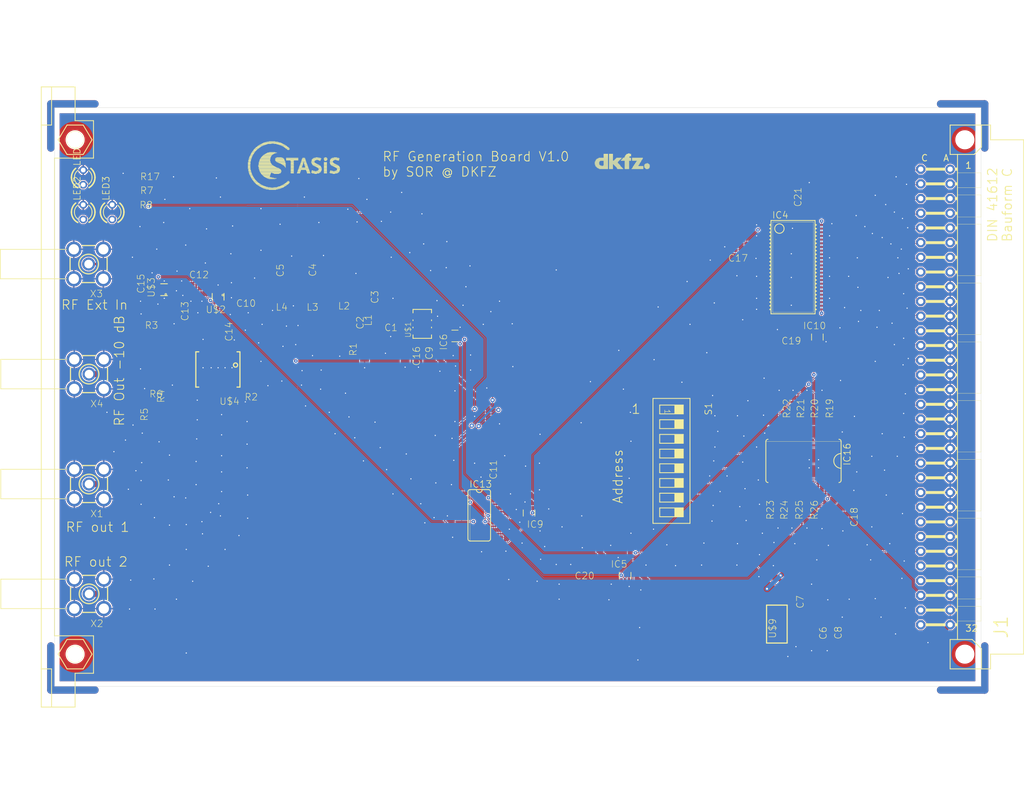
<source format=kicad_pcb>
(kicad_pcb (version 20240108) (generator "pcbnew") (generator_version "8.0")
  (layers (0 "F.Cu" signal) (31 "B.Cu" signal) (34 "B.Paste" user) (35 "F.Paste" user) (36 "B.SilkS" user "B.Silkscreen") (37 "F.SilkS" user "F.Silkscreen") (38 "B.Mask" user) (39 "F.Mask" user) (44 "Edge.Cuts" user))
  (net 0 "")
  (net 1 "CLK_128")
  (net 2 "N$2")
  (net 3 "N$3")
  (net 4 "N$4")
  (net 5 "N$5")
  (net 6 "N$6")
  (net 7 "GND")
  (net 8 "5V")
  (net 9 "N$13")
  (net 10 "N$16")
  (net 11 "N$17")
  (net 12 "N$18")
  (net 13 "N$19")
  (net 14 "N$21")
  (net 15 "V1")
  (net 16 "V2")
  (net 17 "N$20")
  (net 18 "N$23")
  (net 19 "N$9")
  (net 20 "VCC")
  (net 21 "N$40")
  (net 22 "N$64")
  (net 23 "N$65")
  (net 24 "N$66")
  (net 25 "N$67")
  (net 26 "N$68")
  (net 27 "N$69")
  (net 28 "N$70")
  (net 29 "ADDR0")
  (net 30 "ADDR1")
  (net 31 "ADDR2")
  (net 32 "ADDR3")
  (net 33 "ADDR4")
  (net 34 "ADDR5")
  (net 35 "ADDR6")
  (net 36 "ADDR7")
  (net 37 "N$80")
  (net 38 "IS_SEL")
  (net 39 "N$89")
  (net 40 "N$88")
  (net 41 "N$1")
  (net 42 "N$7")
  (net 43 "N$8")
  (net 44 "N$10")
  (net 45 "N$11")
  (net 46 "N$12")
  (net 47 "N$14")
  (net 48 "N$15")
  (net 49 "N$25")
  (net 50 "N$26")
  (net 51 "N$27")
  (net 52 "N$28")
  (net 53 "N$29")
  (net 54 "N$30")
  (net 55 "N$31")
  (net 56 "N$32")
  (net 57 "N$33")
  (net 58 "N$34")
  (net 59 "SOURCE_SEL")
  (net 60 "N$36")
  (net 61 "WE")
  (net 62 "N$22")
  (net 63 "N$37")
  (net 64 "N$38")
  (net 65 "N$39")
  (net 66 "N$41")
  (net 67 "N$42")
  (net 68 "N$43")
  (net 69 "N$44")
  (net 70 "N$45")
  (net 71 "N$46")
  (net 72 "N$24")
  (net 73 "N$35")
  (footprint "Signal_source_V1p0:BU-SMA-H" (layer "F.Cu") (at 74.4471 101.0536 180)
    (property "Reference" "X4")
    (property "Value" "SMA_CON-H")
  )
  (footprint "Signal_source_V1p0:R0805_334" (layer "F.Cu") (at 82.0471 107.4536 -90)
    (property "Reference" "R5")
    (property "Value" "100")
  )
  (footprint "Signal_source_V1p0:SO20W_85" (layer "F.Cu") (at 197.8471 116.0536 180)
    (property "Reference" "IC16")
    (property "Value" "74HC688DW")
  )
  (footprint "Signal_source_V1p0:LOGO_DKFZ" (layer "F.Cu") (at 161.8471 65.6536)
    (property "Reference" "U$6" (hide yes))
    (property "Value" "" (hide yes))
  )
  (footprint "Signal_source_V1p0:C0805_334" (layer "F.Cu") (at 81.4571 84.9136 -90)
    (property "Reference" "C15")
    (property "Value" "1nF")
  )
  (footprint "Signal_source_V1p0:R0603_334" (layer "F.Cu") (at 83.7471 73.1536)
    (property "Reference" "R8")
    (property "Value" "120")
  )
  (footprint "Signal_source_V1p0:BU-SMA-H" (layer "F.Cu") (at 74.3771 82.0336 180)
    (property "Reference" "X3")
    (property "Value" "SMA_CON-H")
  )
  (footprint "Signal_source_V1p0:C1206_334" (layer "F.Cu") (at 160.5471 133.9536 180)
    (property "Reference" "C20")
    (property "Value" "100nF")
  )
  (footprint "Signal_source_V1p0:R0805_334" (layer "F.Cu") (at 103.0471 103.0536 180)
    (property "Reference" "R2")
    (property "Value" "50")
  )
  (footprint "Signal_source_V1p0:C1206_334" (layer "F.Cu") (at 198.8471 70.9536 90)
    (property "Reference" "C21")
    (property "Value" "100nF")
  )
  (footprint "Signal_source_V1p0:L3225M_334" (layer "F.Cu") (at 117.6871 86.6936 180)
    (property "Reference" "L2")
    (property "Value" "100nH")
  )
  (footprint "Signal_source_V1p0:SC70-5_87" (layer "F.Cu") (at 137.6471 94.4536 90)
    (property "Reference" "IC6")
    (property "Value" "74LVC1G02DCK")
  )
  (footprint "Signal_source_V1p0:R0603_334" (layer "F.Cu") (at 83.8471 68.2536)
    (property "Reference" "R17")
    (property "Value" "120")
  )
  (footprint "Signal_source_V1p0:C1206_334" (layer "F.Cu") (at 146.2471 118.0536 90)
    (property "Reference" "C11")
    (property "Value" "100nF")
  )
  (footprint "Signal_source_V1p0:L3225M_334" (layer "F.Cu") (at 106.9271 86.8936 180)
    (property "Reference" "L4")
    (property "Value" "47nH")
  )
  (footprint "Signal_source_V1p0:R0603_334" (layer "F.Cu") (at 198.4471 105.8536 -90)
    (property "Reference" "R20")
    (property "Value" "100k")
  )
  (footprint "Signal_source_V1p0:C1206_334" (layer "F.Cu") (at 204.6471 125.2536 -90)
    (property "Reference" "C18")
    (property "Value" "100nF")
  )
  (footprint "Signal_source_V1p0:SC70-5_86" (layer "F.Cu") (at 167.0471 135.8536)
    (property "Reference" "IC5")
    (property "Value" "74LVC1G17DCK")
  )
  (footprint "Signal_source_V1p0:LOGO_STASIS" (layer "F.Cu") (at 110.8471 65.2536)
    (property "Reference" "U$5" (hide yes))
    (property "Value" "" (hide yes))
  )
  (footprint "Signal_source_V1p0:C0805_334" (layer "F.Cu") (at 92.9471 85.8436)
    (property "Reference" "C12")
    (property "Value" "1nF")
  )
  (footprint "Signal_source_V1p0:SO14_88" (layer "F.Cu") (at 141.8471 125.4536 -90)
    (property "Reference" "IC13")
    (property "Value" "SN74LVC14ADRG3")
  )
  (footprint "Signal_source_V1p0:SOT223" (layer "F.Cu") (at 193.2471 144.2536 90)
    (property "Reference" "U$9")
    (property "Value" "AZ1117IH-3.3TRG1")
  )
  (footprint "Signal_source_V1p0:SC70-6" (layer "F.Cu") (at 96.7471 87.6936 180)
    (property "Reference" "U$2")
    (property "Value" "MASWSS0115TR")
  )
  (footprint "Signal_source_V1p0:R0603_334" (layer "F.Cu") (at 193.6471 105.8536 -90)
    (property "Reference" "R22")
    (property "Value" "100k")
  )
  (footprint "Signal_source_V1p0:LED3MM_259" (layer "F.Cu") (at 78.4471 73.0536 90)
    (property "Reference" "LED3")
    (property "Value" "10mA 2.2-2.4V")
  )
  (footprint "Signal_source_V1p0:R0805_334" (layer "F.Cu") (at 85.8271 90.6636 180)
    (property "Reference" "R3")
    (property "Value" "50")
  )
  (footprint "Signal_source_V1p0:SC70-5_87" (layer "F.Cu") (at 150.4471 125.0536 180)
    (property "Reference" "IC9")
    (property "Value" "74LVC1G08DCK")
  )
  (footprint "Signal_source_V1p0:SCA-4-10+" (layer "F.Cu") (at 99.2471 97.4536 180)
    (property "Reference" "U$4")
    (property "Value" "SPLITTER1_4_SCA-4-10+")
  )
  (footprint "Signal_source_V1p0:L3225M_334" (layer "F.Cu") (at 112.2471 86.8936 180)
    (property "Reference" "L3")
    (property "Value" "82nH")
  )
  (footprint "Signal_source_V1p0:L3225M_334" (layer "F.Cu") (at 120.0871 92.5336 -90)
    (property "Reference" "L1")
    (property "Value" "15n")
  )
  (footprint "Signal_source_V1p0:SC70-5_87" (layer "F.Cu") (at 200.2471 94.6536)
    (property "Reference" "IC10")
    (property "Value" "74LVC1G08DCK")
  )
  (footprint "Signal_source_V1p0:R0805_334" (layer "F.Cu") (at 85.4471 106.4536)
    (property "Reference" "R6")
    (property "Value" "68")
  )
  (footprint "Signal_source_V1p0:VG64P_79" (layer "F.Cu") (at 68.2371 105.0036)
    (property "Reference" "J1")
    (property "Value" "")
    (fp_line (start 0.254 -50.0126) (end 0.254 50.0126) (stroke (width 0.05)) (layer "Edge.Cuts"))
    (fp_line (start 0.254 50.0126) (end 160.274 50.0126) (stroke (width 0.05)) (layer "Edge.Cuts"))
    (fp_line (start 160.274 -50.0126) (end 0.254 -50.0126) (stroke (width 0.05)) (layer "Edge.Cuts"))
    (fp_line (start 160.274 50.0126) (end 160.274 -50.0126) (stroke (width 0.05)) (layer "Edge.Cuts"))
  )
  (footprint "Signal_source_V1p0:SC70-6" (layer "F.Cu") (at 87.4071 86.4636 90)
    (property "Reference" "U$3")
    (property "Value" "MASWSS0115TR")
  )
  (footprint "Signal_source_V1p0:5.0X3.2_XO" (layer "F.Cu") (at 132.0071 92.3736 90)
    (property "Reference" "U$1")
    (property "Value" "XLH538128.000000X")
  )
  (footprint "Signal_source_V1p0:C1206_334" (layer "F.Cu") (at 199.2371 140.3636 90)
    (property "Reference" "C7")
    (property "Value" "22µF")
  )
  (footprint "Signal_source_V1p0:C0805_334" (layer "F.Cu") (at 121.8571 87.7936 -90)
    (property "Reference" "C3")
    (property "Value" "18p")
  )
  (footprint "Signal_source_V1p0:R0805_334" (layer "F.Cu") (at 88.8471 105.4536 90)
    (property "Reference" "R4")
    (property "Value" "100")
  )
  (footprint "Signal_source_V1p0:R0603_334" (layer "F.Cu") (at 83.8471 70.6536)
    (property "Reference" "R7")
    (property "Value" "120")
  )
  (footprint "Signal_source_V1p0:LED3MM_259" (layer "F.Cu") (at 73.4471 67.0536 90)
    (property "Reference" "LED1")
    (property "Value" "10mA 2.2-2.4V")
  )
  (footprint "Signal_source_V1p0:C0805_334" (layer "F.Cu") (at 109.4371 83.0736 90)
    (property "Reference" "C5")
    (property "Value" "33p")
  )
  (footprint "Signal_source_V1p0:R0603_334" (layer "F.Cu") (at 201.0471 125.6536 90)
    (property "Reference" "R26")
    (property "Value" "100k")
  )
  (footprint "Signal_source_V1p0:C0805_334" (layer "F.Cu") (at 126.5471 91.0636 180)
    (property "Reference" "C1")
    (property "Value" "1nF")
  )
  (footprint "Signal_source_V1p0:R0805_334" (layer "F.Cu") (at 122.0371 97.3536 90)
    (property "Reference" "R1")
    (property "Value" "50")
  )
  (footprint "Signal_source_V1p0:C0805_334" (layer "F.Cu") (at 102.0671 86.8636 180)
    (property "Reference" "C10")
    (property "Value" "1nF")
  )
  (footprint "Signal_source_V1p0:C0805_334" (layer "F.Cu") (at 115.0371 82.9936 90)
    (property "Reference" "C4")
    (property "Value" "22p")
  )
  (footprint "Signal_source_V1p0:R0603_334" (layer "F.Cu") (at 193.4471 125.6536 90)
    (property "Reference" "R23")
    (property "Value" "100k")
  )
  (footprint "Signal_source_V1p0:C0805_334" (layer "F.Cu") (at 96.6571 93.1936 -90)
    (property "Reference" "C14")
    (property "Value" "1nF")
  )
  (footprint "Signal_source_V1p0:C1206_334" (layer "F.Cu") (at 187.0471 79.0536 180)
    (property "Reference" "C17")
    (property "Value" "100nF")
  )
  (footprint "Signal_source_V1p0:C0805_334" (layer "F.Cu") (at 89.0571 89.6736 -90)
    (property "Reference" "C13")
    (property "Value" "1nF")
  )
  (footprint "Signal_source_V1p0:C0805_334" (layer "F.Cu") (at 131.2571 97.4736 -90)
    (property "Reference" "C9")
    (property "Value" "1nF")
  )
  (footprint "Signal_source_V1p0:R0603_334" (layer "F.Cu") (at 195.8471 125.6536 90)
    (property "Reference" "R24")
    (property "Value" "100k")
  )
  (footprint "Signal_source_V1p0:C0805_334" (layer "F.Cu") (at 123.2371 92.1136 90)
    (property "Reference" "C2")
    (property "Value" "110p")
  )
  (footprint "Signal_source_V1p0:SMS-008_362" (layer "F.Cu") (at 175.0471 116.0536 -90)
    (property "Reference" "S1")
    (property "Value" "SWS008")
  )
  (footprint "Signal_source_V1p0:BU-SMA-H" (layer "F.Cu") (at 74.4571 139.0336 180)
    (property "Reference" "X2")
    (property "Value" "SMA_CON-H")
  )
  (footprint "Signal_source_V1p0:R0603_334" (layer "F.Cu") (at 196.0471 105.8536 -90)
    (property "Reference" "R21")
    (property "Value" "100k")
  )
  (footprint "Signal_source_V1p0:C1206_334" (layer "F.Cu") (at 199.2871 145.8636 -90)
    (property "Reference" "C6")
    (property "Value" "22µF")
  )
  (footprint "Signal_source_V1p0:C1206_334" (layer "F.Cu") (at 201.8871 145.8136 -90)
    (property "Reference" "C8")
    (property "Value" "100nF")
  )
  (footprint "Signal_source_V1p0:BU-SMA-H" (layer "F.Cu") (at 74.4471 120.0536 180)
    (property "Reference" "X1")
    (property "Value" "SMA_CON-H")
  )
  (footprint "Signal_source_V1p0:R0603_334" (layer "F.Cu") (at 201.0471 105.8536 -90)
    (property "Reference" "R19")
    (property "Value" "100k")
  )
  (footprint "Signal_source_V1p0:LED3MM_259" (layer "F.Cu") (at 73.4471 73.0536 90)
    (property "Reference" "LED2")
    (property "Value" "10mA 2.2-2.4V")
  )
  (footprint "Signal_source_V1p0:SSOP48DL_83" (layer "F.Cu") (at 196.0471 82.2536 -90)
    (property "Reference" "IC4")
    (property "Value" "74AC16373")
  )
  (footprint "Signal_source_V1p0:C1206_334" (layer "F.Cu") (at 196.2471 93.3536 180)
    (property "Reference" "C19")
    (property "Value" "100nF")
  )
  (footprint "Signal_source_V1p0:C0805_334" (layer "F.Cu") (at 129.0571 97.4336 -90)
    (property "Reference" "C16")
    (property "Value" "1nF")
  )
  (footprint "Signal_source_V1p0:R0603_334" (layer "F.Cu") (at 198.4471 125.6536 90)
    (property "Reference" "R25")
    (property "Value" "100k")
  )
  (gr_text "RF Ext In" (at 69.5471 90.0536 0) (layer "F.SilkS") (effects (font (size 1.63576 1.63576) (thickness 0.14224)) (justify left bottom)))
  (gr_text "RF Out -10 dB" (at 80.6471 110.1536 90) (layer "F.SilkS") (effects (font (size 1.63576 1.63576) (thickness 0.14224)) (justify left bottom)))
  (gr_text "RF out 1" (at 70.3471 128.4536 0) (layer "F.SilkS") (effects (font (size 1.63576 1.63576) (thickness 0.14224)) (justify left bottom)))
  (gr_text "RF Generation Board V1.0\nby SOR @ DKFZ" (at 125.0471 67.0536 0) (layer "F.SilkS") (effects (font (size 1.63576 1.63576) (thickness 0.14224)) (justify left bottom)))
  (gr_text "1" (at 168.0471 108.0536 0) (layer "F.SilkS") (effects (font (size 1.63576 1.63576) (thickness 0.14224)) (justify left bottom)))
  (gr_text "RF out 2" (at 70.0471 134.4536 0) (layer "F.SilkS") (effects (font (size 1.63576 1.63576) (thickness 0.14224)) (justify left bottom)))
  (gr_text "Address" (at 166.7471 123.5536 90) (layer "F.SilkS") (effects (font (size 1.63576 1.63576) (thickness 0.14224)) (justify left bottom)))
  (segment (start 130.8721 91.1036) (end 127.5371 91.1036) (width 0.4064) (layer "F.Cu") (net 1))
  (segment (start 127.5371 91.1036) (end 127.4971 91.0636) (width 0.4064) (layer "F.Cu") (net 1))
  (segment (start 121.8571 89.7836) (end 121.8571 88.7436) (width 0.4064) (layer "F.Cu") (net 2))
  (segment (start 121.4371 89.7836) (end 121.8571 89.7836) (width 0.4064) (layer "F.Cu") (net 2))
  (segment (start 120.1571 91.0636) (end 123.3371 91.0636) (width 0.6096) (layer "F.Cu") (net 2))
  (segment (start 123.3371 91.0636) (end 123.2371 91.1636) (width 0.4064) (layer "F.Cu") (net 2))
  (segment (start 123.2371 91.1636) (end 121.8571 89.7836) (width 0.4064) (layer "F.Cu") (net 2))
  (segment (start 120.0871 91.1336) (end 121.4371 89.7836) (width 0.4064) (layer "F.Cu") (net 2))
  (segment (start 125.5971 91.0636) (end 123.3371 91.0636) (width 0.4064) (layer "F.Cu") (net 2))
  (segment (start 120.0871 91.1336) (end 120.1571 91.0636) (width 0.6096) (layer "F.Cu") (net 2))
  (segment (start 122.3671 93.9336) (end 123.2371 93.0636) (width 0.6096) (layer "F.Cu") (net 3))
  (segment (start 122.0371 95.8836) (end 122.0371 96.0536) (width 0.4064) (layer "F.Cu") (net 3))
  (segment (start 120.0871 93.9336) (end 122.3671 93.9336) (width 0.6096) (layer "F.Cu") (net 3))
  (segment (start 123.2371 93.0636) (end 123.2371 94.8536) (width 0.4064) (layer "F.Cu") (net 3))
  (segment (start 123.2371 94.8536) (end 122.0371 96.0536) (width 0.4064) (layer "F.Cu") (net 3))
  (segment (start 120.0871 93.9336) (end 122.0371 95.8836) (width 0.4064) (layer "F.Cu") (net 3))
  (segment (start 122.0371 96.0536) (end 122.0371 96.4036) (width 0.4064) (layer "F.Cu") (net 3))
  (segment (start 119.2371 86.8436) (end 119.0871 86.6936) (width 0.4064) (layer "F.Cu") (net 4))
  (segment (start 121.8571 86.8436) (end 119.2371 86.8436) (width 0.4064) (layer "F.Cu") (net 4))
  (segment (start 113.6471 86.8936) (end 113.8471 86.6936) (width 0.6096) (layer "F.Cu") (net 5))
  (segment (start 115.0371 83.9436) (end 115.0371 85.4436) (width 0.4064) (layer "F.Cu") (net 5))
  (segment (start 113.8471 86.6936) (end 116.2871 86.6936) (width 0.6096) (layer "F.Cu") (net 5))
  (segment (start 115.0371 85.5036) (end 113.6471 86.8936) (width 0.4064) (layer "F.Cu") (net 5))
  (segment (start 116.2871 86.6936) (end 115.0371 85.4436) (width 0.4064) (layer "F.Cu") (net 5))
  (segment (start 115.0371 85.4436) (end 115.0371 85.5036) (width 0.4064) (layer "F.Cu") (net 5))
  (segment (start 109.4371 85.4836) (end 109.4371 85.7836) (width 0.4064) (layer "F.Cu") (net 6))
  (segment (start 109.4371 85.7836) (end 108.3271 86.8936) (width 0.4064) (layer "F.Cu") (net 6))
  (segment (start 109.4371 84.0236) (end 109.4371 85.4836) (width 0.4064) (layer "F.Cu") (net 6))
  (segment (start 108.3271 86.8936) (end 110.8471 86.8936) (width 0.6096) (layer "F.Cu") (net 6))
  (segment (start 110.8471 86.8936) (end 109.4371 85.4836) (width 0.4064) (layer "F.Cu") (net 6))
  (via (at 209.7471 76.7536) (size 0.6064) (drill 0.2) (layers "F.Cu" "B.Cu") (net 7))
  (via (at 190.7471 128.5536) (size 0.6064) (drill 0.2) (layers "F.Cu" "B.Cu") (net 7))
  (via (at 91.1471 78.7536) (size 0.6064) (drill 0.2) (layers "F.Cu" "B.Cu") (net 7))
  (via (at 133.4471 83.1536) (size 0.6064) (drill 0.2) (layers "F.Cu" "B.Cu") (net 7))
  (via (at 198.8471 117.2536) (size 0.6064) (drill 0.2) (layers "F.Cu" "B.Cu") (net 7))
  (via (at 142.1471 118.8536) (size 0.6064) (drill 0.2) (layers "F.Cu" "B.Cu") (net 7))
  (via (at 119.1471 72.5536) (size 0.6064) (drill 0.2) (layers "F.Cu" "B.Cu") (net 7))
  (via (at 136.3471 125.5536) (size 0.6064) (drill 0.2) (layers "F.Cu" "B.Cu") (net 7))
  (via (at 201.0471 103.8536) (size 0.6064) (drill 0.2) (layers "F.Cu" "B.Cu") (net 7))
  (via (at 126.5471 94.5536) (size 0.6064) (drill 0.2) (layers "F.Cu" "B.Cu") (net 7))
  (via (at 215.8471 75.7536) (size 0.6064) (drill 0.2) (layers "F.Cu" "B.Cu") (net 7))
  (via (at 124.7471 113.7536) (size 0.6064) (drill 0.2) (layers "F.Cu" "B.Cu") (net 7))
  (via (at 121.0471 67.2536) (size 0.6064) (drill 0.2) (layers "F.Cu" "B.Cu") (net 7))
  (via (at 151.8471 136.8536) (size 0.6064) (drill 0.2) (layers "F.Cu" "B.Cu") (net 7))
  (via (at 172.0471 98.5536) (size 0.6064) (drill 0.2) (layers "F.Cu" "B.Cu") (net 7))
  (via (at 131.3471 99.8536) (size 0.6064) (drill 0.2) (layers "F.Cu" "B.Cu") (net 7))
  (via (at 192.7471 130.1536) (size 0.6064) (drill 0.2) (layers "F.Cu" "B.Cu") (net 7))
  (via (at 159.4471 109.4536) (size 0.6064) (drill 0.2) (layers "F.Cu" "B.Cu") (net 7))
  (via (at 95.0471 134.2536) (size 0.6064) (drill 0.2) (layers "F.Cu" "B.Cu") (net 7))
  (via (at 90.6471 87.4536) (size 0.6064) (drill 0.2) (layers "F.Cu" "B.Cu") (net 7))
  (via (at 186.4471 108.2536) (size 0.6064) (drill 0.2) (layers "F.Cu" "B.Cu") (net 7))
  (via (at 97.9471 99.9536) (size 0.6064) (drill 0.2) (layers "F.Cu" "B.Cu") (net 7))
  (via (at 219.3471 147.4536) (size 0.6064) (drill 0.2) (layers "F.Cu" "B.Cu") (net 7))
  (via (at 210.2471 139.8536) (size 0.6064) (drill 0.2) (layers "F.Cu" "B.Cu") (net 7))
  (via (at 83.4471 123.5536) (size 0.6064) (drill 0.2) (layers "F.Cu" "B.Cu") (net 7))
  (via (at 167.7471 119.0536) (size 0.6064) (drill 0.2) (layers "F.Cu" "B.Cu") (net 7))
  (via (at 122.0471 99.9536) (size 0.6064) (drill 0.2) (layers "F.Cu" "B.Cu") (net 7))
  (via (at 195.8471 127.6536) (size 0.6064) (drill 0.2) (layers "F.Cu" "B.Cu") (net 7))
  (via (at 182.5471 108.2536) (size 0.6064) (drill 0.2) (layers "F.Cu" "B.Cu") (net 7))
  (via (at 198.4471 103.8536) (size 0.6064) (drill 0.2) (layers "F.Cu" "B.Cu") (net 7))
  (via (at 128.4471 69.6536) (size 0.6064) (drill 0.2) (layers "F.Cu" "B.Cu") (net 7))
  (via (at 211.4471 77.4536) (size 0.6064) (drill 0.2) (layers "F.Cu" "B.Cu") (net 7))
  (via (at 207.7471 90.0536) (size 0.6064) (drill 0.2) (layers "F.Cu" "B.Cu") (net 7))
  (via (at 184.2471 79.0536) (size 0.6064) (drill 0.2) (layers "F.Cu" "B.Cu") (net 7))
  (via (at 201.9471 148.8536) (size 0.6064) (drill 0.2) (layers "F.Cu" "B.Cu") (net 7))
  (via (at 182.3471 116.0536) (size 0.6064) (drill 0.2) (layers "F.Cu" "B.Cu") (net 7))
  (via (at 168.0471 112.6536) (size 0.6064) (drill 0.2) (layers "F.Cu" "B.Cu") (net 7))
  (via (at 209.6471 127.4536) (size 0.6064) (drill 0.2) (layers "F.Cu" "B.Cu") (net 7))
  (via (at 195.1471 149.8536) (size 0.6064) (drill 0.2) (layers "F.Cu" "B.Cu") (net 7))
  (via (at 136.2471 78.1536) (size 0.6064) (drill 0.2) (layers "F.Cu" "B.Cu") (net 7))
  (via (at 189.7471 113.6536) (size 0.6064) (drill 0.2) (layers "F.Cu" "B.Cu") (net 7))
  (via (at 181.7471 81.3536) (size 0.6064) (drill 0.2) (layers "F.Cu" "B.Cu") (net 7))
  (via (at 136.1471 82.6536) (size 0.6064) (drill 0.2) (layers "F.Cu" "B.Cu") (net 7))
  (via (at 148.8471 126.6536) (size 0.6064) (drill 0.2) (layers "F.Cu" "B.Cu") (net 7))
  (via (at 188.2471 105.6536) (size 0.6064) (drill 0.2) (layers "F.Cu" "B.Cu") (net 7))
  (via (at 77.5471 107.6536) (size 0.6064) (drill 0.2) (layers "F.Cu" "B.Cu") (net 7))
  (via (at 209.4471 133.1536) (size 0.6064) (drill 0.2) (layers "F.Cu" "B.Cu") (net 7))
  (via (at 106.1471 90.0536) (size 0.6064) (drill 0.2) (layers "F.Cu" "B.Cu") (net 7))
  (via (at 153.8471 124.3536) (size 0.6064) (drill 0.2) (layers "F.Cu" "B.Cu") (net 7))
  (via (at 212.1471 121.9536) (size 0.6064) (drill 0.2) (layers "F.Cu" "B.Cu") (net 7))
  (via (at 145.3471 88.4536) (size 0.6064) (drill 0.2) (layers "F.Cu" "B.Cu") (net 7))
  (via (at 110.1471 95.9536) (size 0.6064) (drill 0.2) (layers "F.Cu" "B.Cu") (net 7))
  (via (at 213.7471 145.9536) (size 0.6064) (drill 0.2) (layers "F.Cu" "B.Cu") (net 7))
  (via (at 85.7471 125.8536) (size 0.6064) (drill 0.2) (layers "F.Cu" "B.Cu") (net 7))
  (via (at 147.2471 121.7536) (size 0.6064) (drill 0.2) (layers "F.Cu" "B.Cu") (net 7))
  (via (at 107.9471 96.2536) (size 0.6064) (drill 0.2) (layers "F.Cu" "B.Cu") (net 7))
  (via (at 104.1471 72.4536) (size 0.6064) (drill 0.2) (layers "F.Cu" "B.Cu") (net 7))
  (via (at 135.0471 100.5536) (size 0.6064) (drill 0.2) (layers "F.Cu" "B.Cu") (net 7))
  (via (at 97.1471 70.4536) (size 0.6064) (drill 0.2) (layers "F.Cu" "B.Cu") (net 7))
  (via (at 109.4471 80.6536) (size 0.6064) (drill 0.2) (layers "F.Cu" "B.Cu") (net 7))
  (via (at 126.6471 80.8536) (size 0.6064) (drill 0.2) (layers "F.Cu" "B.Cu") (net 7))
  (via (at 87.3471 74.8536) (size 0.6064) (drill 0.2) (layers "F.Cu" "B.Cu") (net 7))
  (via (at 183.0471 110.9536) (size 0.6064) (drill 0.2) (layers "F.Cu" "B.Cu") (net 7))
  (via (at 94.5471 81.8536) (size 0.6064) (drill 0.2) (layers "F.Cu" "B.Cu") (net 7))
  (via (at 202.3471 87.9536) (size 0.6064) (drill 0.2) (layers "F.Cu" "B.Cu") (net 7))
  (via (at 86.3471 88.9536) (size 0.6064) (drill 0.2) (layers "F.Cu" "B.Cu") (net 7))
  (via (at 214.8471 136.3536) (size 0.6064) (drill 0.2) (layers "F.Cu" "B.Cu") (net 7))
  (via (at 87.5471 70.8536) (size 0.6064) (drill 0.2) (layers "F.Cu" "B.Cu") (net 7))
  (via (at 161.0471 102.3536) (size 0.6064) (drill 0.2) (layers "F.Cu" "B.Cu") (net 7))
  (via (at 89.1471 122.2536) (size 0.6064) (drill 0.2) (layers "F.Cu" "B.Cu") (net 7))
  (via (at 155.1471 133.9536) (size 0.6064) (drill 0.2) (layers "F.Cu" "B.Cu") (net 7))
  (via (at 192.6471 134.1536) (size 0.6064) (drill 0.2) (layers "F.Cu" "B.Cu") (net 7))
  (via (at 97.3471 117.9536) (size 0.6064) (drill 0.2) (layers "F.Cu" "B.Cu") (net 7))
  (via (at 98.9471 80.2536) (size 0.6064) (drill 0.2) (layers "F.Cu" "B.Cu") (net 7))
  (via (at 147.6471 99.7536) (size 0.6064) (drill 0.2) (layers "F.Cu" "B.Cu") (net 7))
  (via (at 80.3471 66.3536) (size 0.6064) (drill 0.2) (layers "F.Cu" "B.Cu") (net 7))
  (via (at 204.5471 111.0536) (size 0.6064) (drill 0.2) (layers "F.Cu" "B.Cu") (net 7))
  (via (at 166.7471 103.6536) (size 0.6064) (drill 0.2) (layers "F.Cu" "B.Cu") (net 7))
  (via (at 164.6471 137.3536) (size 0.6064) (drill 0.2) (layers "F.Cu" "B.Cu") (net 7))
  (via (at 122.4471 70.8536) (size 0.6064) (drill 0.2) (layers "F.Cu" "B.Cu") (net 7))
  (via (at 207.2471 86.0536) (size 0.6064) (drill 0.2) (layers "F.Cu" "B.Cu") (net 7))
  (via (at 155.6471 139.9536) (size 0.6064) (drill 0.2) (layers "F.Cu" "B.Cu") (net 7))
  (via (at 183.4471 121.3536) (size 0.6064) (drill 0.2) (layers "F.Cu" "B.Cu") (net 7))
  (via (at 214.9471 74.1536) (size 0.6064) (drill 0.2) (layers "F.Cu" "B.Cu") (net 7))
  (via (at 134.0471 125.8536) (size 0.6064) (drill 0.2) (layers "F.Cu" "B.Cu") (net 7))
  (via (at 214.7471 79.4536) (size 0.6064) (drill 0.2) (layers "F.Cu" "B.Cu") (net 7))
  (via (at 180.6471 130.2536) (size 0.6064) (drill 0.2) (layers "F.Cu" "B.Cu") (net 7))
  (via (at 90.4471 84.9536) (size 0.6064) (drill 0.2) (layers "F.Cu" "B.Cu") (net 7))
  (via (at 95.4471 124.9536) (size 0.6064) (drill 0.2) (layers "F.Cu" "B.Cu") (net 7))
  (via (at 215.2471 133.3536) (size 0.6064) (drill 0.2) (layers "F.Cu" "B.Cu") (net 7))
  (via (at 81.2471 120.9536) (size 0.6064) (drill 0.2) (layers "F.Cu" "B.Cu") (net 7))
  (via (at 134.2471 111.6536) (size 0.6064) (drill 0.2) (layers "F.Cu" "B.Cu") (net 7))
  (via (at 126.5471 73.0536) (size 0.6064) (drill 0.2) (layers "F.Cu" "B.Cu") (net 7))
  (via (at 211.2471 143.0536) (size 0.6064) (drill 0.2) (layers "F.Cu" "B.Cu") (net 7))
  (via (at 198.4471 127.6536) (size 0.6064) (drill 0.2) (layers "F.Cu" "B.Cu") (net 7))
  (via (at 138.5471 92.9536) (size 0.6064) (drill 0.2) (layers "F.Cu" "B.Cu") (net 7))
  (via (at 200.4471 115.8536) (size 0.6064) (drill 0.2) (layers "F.Cu" "B.Cu") (net 7))
  (via (at 210.2471 70.1536) (size 0.6064) (drill 0.2) (layers "F.Cu" "B.Cu") (net 7))
  (via (at 212.0471 71.7536) (size 0.6064) (drill 0.2) (layers "F.Cu" "B.Cu") (net 7))
  (via (at 134.5471 88.3536) (size 0.6064) (drill 0.2) (layers "F.Cu" "B.Cu") (net 7))
  (via (at 210.9471 90.0536) (size 0.6064) (drill 0.2) (layers "F.Cu" "B.Cu") (net 7))
  (via (at 143.1471 103.4536) (size 0.6064) (drill 0.2) (layers "F.Cu" "B.Cu") (net 7))
  (via (at 82.5471 117.7536) (size 0.6064) (drill 0.2) (layers "F.Cu" "B.Cu") (net 7))
  (via (at 130.0471 119.1536) (size 0.6064) (drill 0.2) (layers "F.Cu" "B.Cu") (net 7))
  (via (at 214.9471 125.1536) (size 0.6064) (drill 0.2) (layers "F.Cu" "B.Cu") (net 7))
  (via (at 99.0471 87.8536) (size 0.6064) (drill 0.2) (layers "F.Cu" "B.Cu") (net 7))
  (via (at 145.3471 109.6536) (size 0.6064) (drill 0.2) (layers "F.Cu" "B.Cu") (net 7))
  (via (at 200.4471 117.2536) (size 0.6064) (drill 0.2) (layers "F.Cu" "B.Cu") (net 7))
  (via (at 99.0471 85.2536) (size 0.6064) (drill 0.2) (layers "F.Cu" "B.Cu") (net 7))
  (via (at 93.1471 108.9536) (size 0.6064) (drill 0.2) (layers "F.Cu" "B.Cu") (net 7))
  (via (at 101.4471 105.8536) (size 0.6064) (drill 0.2) (layers "F.Cu" "B.Cu") (net 7))
  (via (at 111.6471 70.4536) (size 0.6064) (drill 0.2) (layers "F.Cu" "B.Cu") (net 7))
  (via (at 140.3471 100.3536) (size 0.6064) (drill 0.2) (layers "F.Cu" "B.Cu") (net 7))
  (via (at 101.7471 117.2536) (size 0.6064) (drill 0.2) (layers "F.Cu" "B.Cu") (net 7))
  (via (at 206.5471 121.1536) (size 0.6064) (drill 0.2) (layers "F.Cu" "B.Cu") (net 7))
  (via (at 83.3471 100.1536) (size 0.6064) (drill 0.2) (layers "F.Cu" "B.Cu") (net 7))
  (via (at 78.7471 114.4536) (size 0.6064) (drill 0.2) (layers "F.Cu" "B.Cu") (net 7))
  (via (at 176.8471 102.4536) (size 0.6064) (drill 0.2) (layers "F.Cu" "B.Cu") (net 7))
  (via (at 205.7471 139.9536) (size 0.6064) (drill 0.2) (layers "F.Cu" "B.Cu") (net 7))
  (via (at 101.7471 109.2536) (size 0.6064) (drill 0.2) (layers "F.Cu" "B.Cu") (net 7))
  (via (at 187.3471 116.2536) (size 0.6064) (drill 0.2) (layers "F.Cu" "B.Cu") (net 7))
  (via (at 107.4471 75.1536) (size 0.6064) (drill 0.2) (layers "F.Cu" "B.Cu") (net 7))
  (via (at 109.7471 89.2536) (size 0.6064) (drill 0.2) (layers "F.Cu" "B.Cu") (net 7))
  (via (at 210.5471 92.9536) (size 0.6064) (drill 0.2) (layers "F.Cu" "B.Cu") (net 7))
  (via (at 195.7471 80.2536) (size 0.6064) (drill 0.2) (layers "F.Cu" "B.Cu") (net 7))
  (via (at 93.9471 88.4536) (size 0.6064) (drill 0.2) (layers "F.Cu" "B.Cu") (net 7))
  (via (at 182.0471 126.4536) (size 0.6064) (drill 0.2) (layers "F.Cu" "B.Cu") (net 7))
  (via (at 98.8471 90.7536) (size 0.6064) (drill 0.2) (layers "F.Cu" "B.Cu") (net 7))
  (via (at 95.5471 99.9536) (size 0.6064) (drill 0.2) (layers "F.Cu" "B.Cu") (net 7))
  (via (at 96.8471 123.4536) (size 0.6064) (drill 0.2) (layers "F.Cu" "B.Cu") (net 7))
  (via (at 114.5471 100.3536) (size 0.6064) (drill 0.2) (layers "F.Cu" "B.Cu") (net 7))
  (via (at 82.0471 109.8536) (size 0.6064) (drill 0.2) (layers "F.Cu" "B.Cu") (net 7))
  (via (at 186.3471 134.0536) (size 0.6064) (drill 0.2) (layers "F.Cu" "B.Cu") (net 7))
  (via (at 101.4471 93.4536) (size 0.6064) (drill 0.2) (layers "F.Cu" "B.Cu") (net 7))
  (via (at 81.6471 136.6536) (size 0.6064) (drill 0.2) (layers "F.Cu" "B.Cu") (net 7))
  (via (at 193.6471 103.8536) (size 0.6064) (drill 0.2) (layers "F.Cu" "B.Cu") (net 7))
  (via (at 96.7471 85.6536) (size 0.6064) (drill 0.2) (layers "F.Cu" "B.Cu") (net 7))
  (via (at 202.3471 84.1536) (size 0.6064) (drill 0.2) (layers "F.Cu" "B.Cu") (net 7))
  (via (at 125.8471 117.5536) (size 0.6064) (drill 0.2) (layers "F.Cu" "B.Cu") (net 7))
  (via (at 208.4471 75.5536) (size 0.6064) (drill 0.2) (layers "F.Cu" "B.Cu") (net 7))
  (via (at 198.8471 67.9536) (size 0.6064) (drill 0.2) (layers "F.Cu" "B.Cu") (net 7))
  (via (at 199.2471 137.3536) (size 0.6064) (drill 0.2) (layers "F.Cu" "B.Cu") (net 7))
  (via (at 81.9471 80.8536) (size 0.6064) (drill 0.2) (layers "F.Cu" "B.Cu") (net 7))
  (via (at 155.1471 83.0536) (size 0.6064) (drill 0.2) (layers "F.Cu" "B.Cu") (net 7))
  (via (at 210.2471 98.8536) (size 0.6064) (drill 0.2) (layers "F.Cu" "B.Cu") (net 7))
  (via (at 120.5471 83.6536) (size 0.6064) (drill 0.2) (layers "F.Cu" "B.Cu") (net 7))
  (via (at 206.6471 108.3536) (size 0.6064) (drill 0.2) (layers "F.Cu" "B.Cu") (net 7))
  (via (at 196.3471 130.3536) (size 0.6064) (drill 0.2) (layers "F.Cu" "B.Cu") (net 7))
  (via (at 157.6471 133.9536) (size 0.6064) (drill 0.2) (layers "F.Cu" "B.Cu") (net 7))
  (via (at 149.2471 130.2536) (size 0.6064) (drill 0.2) (layers "F.Cu" "B.Cu") (net 7))
  (via (at 212.9471 78.5536) (size 0.6064) (drill 0.2) (layers "F.Cu" "B.Cu") (net 7))
  (via (at 103.7471 95.6536) (size 0.6064) (drill 0.2) (layers "F.Cu" "B.Cu") (net 7))
  (via (at 117.7471 97.9536) (size 0.6064) (drill 0.2) (layers "F.Cu" "B.Cu") (net 7))
  (via (at 97.3471 121.3536) (size 0.6064) (drill 0.2) (layers "F.Cu" "B.Cu") (net 7))
  (via (at 91.1471 122.4536) (size 0.6064) (drill 0.2) (layers "F.Cu" "B.Cu") (net 7))
  (via (at 131.9471 73.3536) (size 0.6064) (drill 0.2) (layers "F.Cu" "B.Cu") (net 7))
  (via (at 152.3471 111.4536) (size 0.6064) (drill 0.2) (layers "F.Cu" "B.Cu") (net 7))
  (via (at 202.3471 77.1536) (size 0.6064) (drill 0.2) (layers "F.Cu" "B.Cu") (net 7))
  (via (at 181.6471 118.6536) (size 0.6064) (drill 0.2) (layers "F.Cu" "B.Cu") (net 7))
  (via (at 104.1471 98.8536) (size 0.6064) (drill 0.2) (layers "F.Cu" "B.Cu") (net 7))
  (via (at 172.7471 89.4536) (size 0.6064) (drill 0.2) (layers "F.Cu" "B.Cu") (net 7))
  (via (at 187.9471 126.3536) (size 0.6064) (drill 0.2) (layers "F.Cu" "B.Cu") (net 7))
  (via (at 189.7471 84.1536) (size 0.6064) (drill 0.2) (layers "F.Cu" "B.Cu") (net 7))
  (via (at 88.8471 102.9536) (size 0.6064) (drill 0.2) (layers "F.Cu" "B.Cu") (net 7))
  (via (at 83.4471 90.6536) (size 0.6064) (drill 0.2) (layers "F.Cu" "B.Cu") (net 7))
  (via (at 91.8471 72.4536) (size 0.6064) (drill 0.2) (layers "F.Cu" "B.Cu") (net 7))
  (via (at 137.2471 129.2536) (size 0.6064) (drill 0.2) (layers "F.Cu" "B.Cu") (net 7))
  (via (at 111.1471 102.9536) (size 0.6064) (drill 0.2) (layers "F.Cu" "B.Cu") (net 7))
  (via (at 193.4471 127.6536) (size 0.6064) (drill 0.2) (layers "F.Cu" "B.Cu") (net 7))
  (via (at 107.7471 102.2536) (size 0.6064) (drill 0.2) (layers "F.Cu" "B.Cu") (net 7))
  (via (at 85.3471 83.5536) (size 0.6064) (drill 0.2) (layers "F.Cu" "B.Cu") (net 7))
  (via (at 137.1471 112.1536) (size 0.6064) (drill 0.2) (layers "F.Cu" "B.Cu") (net 7))
  (via (at 202.0471 140.0536) (size 0.6064) (drill 0.2) (layers "F.Cu" "B.Cu") (net 7))
  (via (at 120.7471 74.7536) (size 0.6064) (drill 0.2) (layers "F.Cu" "B.Cu") (net 7))
  (via (at 92.3471 136.8536) (size 0.6064) (drill 0.2) (layers "F.Cu" "B.Cu") (net 7))
  (via (at 131.7471 123.4536) (size 0.6064) (drill 0.2) (layers "F.Cu" "B.Cu") (net 7))
  (via (at 142.5471 92.4536) (size 0.6064) (drill 0.2) (layers "F.Cu" "B.Cu") (net 7))
  (via (at 93.1471 105.5536) (size 0.6064) (drill 0.2) (layers "F.Cu" "B.Cu") (net 7))
  (via (at 200.1471 133.1536) (size 0.6064) (drill 0.2) (layers "F.Cu" "B.Cu") (net 7))
  (via (at 108.5471 92.7536) (size 0.6064) (drill 0.2) (layers "F.Cu" "B.Cu") (net 7))
  (via (at 88.3471 127.1536) (size 0.6064) (drill 0.2) (layers "F.Cu" "B.Cu") (net 7))
  (via (at 180.2471 134.0536) (size 0.6064) (drill 0.2) (layers "F.Cu" "B.Cu") (net 7))
  (via (at 187.5471 111.7536) (size 0.6064) (drill 0.2) (layers "F.Cu" "B.Cu") (net 7))
  (via (at 89.5471 139.9536) (size 0.6064) (drill 0.2) (layers "F.Cu" "B.Cu") (net 7))
  (via (at 118.7471 104.3536) (size 0.6064) (drill 0.2) (layers "F.Cu" "B.Cu") (net 7))
  (via (at 83.4471 119.4536) (size 0.6064) (drill 0.2) (layers "F.Cu" "B.Cu") (net 7))
  (via (at 152.2471 121.0536) (size 0.6064) (drill 0.2) (layers "F.Cu" "B.Cu") (net 7))
  (via (at 140.2471 82.3536) (size 0.6064) (drill 0.2) (layers "F.Cu" "B.Cu") (net 7))
  (via (at 120.3471 112.0536) (size 0.6064) (drill 0.2) (layers "F.Cu" "B.Cu") (net 7))
  (via (at 190.2471 123.5536) (size 0.6064) (drill 0.2) (layers "F.Cu" "B.Cu") (net 7))
  (via (at 81.4471 141.6536) (size 0.6064) (drill 0.2) (layers "F.Cu" "B.Cu") (net 7))
  (via (at 209.6471 115.2536) (size 0.6064) (drill 0.2) (layers "F.Cu" "B.Cu") (net 7))
  (via (at 186.4471 130.3536) (size 0.6064) (drill 0.2) (layers "F.Cu" "B.Cu") (net 7))
  (via (at 93.0471 112.2536) (size 0.6064) (drill 0.2) (layers "F.Cu" "B.Cu") (net 7))
  (via (at 169.7471 138.3536) (size 0.6064) (drill 0.2) (layers "F.Cu" "B.Cu") (net 7))
  (via (at 88.1471 119.3536) (size 0.6064) (drill 0.2) (layers "F.Cu" "B.Cu") (net 7))
  (via (at 88.3471 115.0536) (size 0.6064) (drill 0.2) (layers "F.Cu" "B.Cu") (net 7))
  (via (at 174.2471 130.5536) (size 0.6064) (drill 0.2) (layers "F.Cu" "B.Cu") (net 7))
  (via (at 137.0471 120.1536) (size 0.6064) (drill 0.2) (layers "F.Cu" "B.Cu") (net 7))
  (via (at 89.6471 83.2536) (size 0.6064) (drill 0.2) (layers "F.Cu" "B.Cu") (net 7))
  (via (at 214.0471 115.2536) (size 0.6064) (drill 0.2) (layers "F.Cu" "B.Cu") (net 7))
  (via (at 202.3471 80.9536) (size 0.6064) (drill 0.2) (layers "F.Cu" "B.Cu") (net 7))
  (via (at 164.5471 130.6536) (size 0.6064) (drill 0.2) (layers "F.Cu" "B.Cu") (net 7))
  (via (at 201.0471 127.7536) (size 0.6064) (drill 0.2) (layers "F.Cu" "B.Cu") (net 7))
  (via (at 147.5471 92.3536) (size 0.6064) (drill 0.2) (layers "F.Cu" "B.Cu") (net 7))
  (via (at 215.4471 141.4536) (size 0.6064) (drill 0.2) (layers "F.Cu" "B.Cu") (net 7))
  (via (at 195.9471 75.8536) (size 0.6064) (drill 0.2) (layers "F.Cu" "B.Cu") (net 7))
  (via (at 92.9471 116.1536) (size 0.6064) (drill 0.2) (layers "F.Cu" "B.Cu") (net 7))
  (via (at 99.1471 99.9536) (size 0.6064) (drill 0.2) (layers "F.Cu" "B.Cu") (net 7))
  (via (at 137.6471 103.9536) (size 0.6064) (drill 0.2) (layers "F.Cu" "B.Cu") (net 7))
  (via (at 119.3471 108.4536) (size 0.6064) (drill 0.2) (layers "F.Cu" "B.Cu") (net 7))
  (via (at 93.9471 126.5536) (size 0.6064) (drill 0.2) (layers "F.Cu" "B.Cu") (net 7))
  (via (at 85.6471 136.4536) (size 0.6064) (drill 0.2) (layers "F.Cu" "B.Cu") (net 7))
  (via (at 92.9471 120.1536) (size 0.6064) (drill 0.2) (layers "F.Cu" "B.Cu") (net 7))
  (via (at 153.1471 130.8536) (size 0.6064) (drill 0.2) (layers "F.Cu" "B.Cu") (net 7))
  (via (at 142.2471 131.7536) (size 0.6064) (drill 0.2) (layers "F.Cu" "B.Cu") (net 7))
  (via (at 126.9471 87.9536) (size 0.6064) (drill 0.2) (layers "F.Cu" "B.Cu") (net 7))
  (via (at 187.3471 91.6536) (size 0.6064) (drill 0.2) (layers "F.Cu" "B.Cu") (net 7))
  (via (at 87.4471 84.9536) (size 0.6064) (drill 0.2) (layers "F.Cu" "B.Cu") (net 7))
  (via (at 89.1471 92.3536) (size 0.6064) (drill 0.2) (layers "F.Cu" "B.Cu") (net 7))
  (via (at 83.2471 75.5536) (size 0.6064) (drill 0.2) (layers "F.Cu" "B.Cu") (net 7))
  (via (at 156.1471 127.4536) (size 0.6064) (drill 0.2) (layers "F.Cu" "B.Cu") (net 7))
  (via (at 94.0471 128.6536) (size 0.6064) (drill 0.2) (layers "F.Cu" "B.Cu") (net 7))
  (via (at 137.6471 109.2536) (size 0.6064) (drill 0.2) (layers "F.Cu" "B.Cu") (net 7))
  (via (at 190.2471 132.2536) (size 0.6064) (drill 0.2) (layers "F.Cu" "B.Cu") (net 7))
  (via (at 101.8471 125.9536) (size 0.6064) (drill 0.2) (layers "F.Cu" "B.Cu") (net 7))
  (via (at 149.7471 123.1536) (size 0.6064) (drill 0.2) (layers "F.Cu" "B.Cu") (net 7))
  (via (at 97.3471 108.0536) (size 0.6064) (drill 0.2) (layers "F.Cu" "B.Cu") (net 7))
  (via (at 91.2471 131.3536) (size 0.6064) (drill 0.2) (layers "F.Cu" "B.Cu") (net 7))
  (via (at 168.0471 128.5536) (size 0.6064) (drill 0.2) (layers "F.Cu" "B.Cu") (net 7))
  (via (at 141.0471 116.4536) (size 0.6064) (drill 0.2) (layers "F.Cu" "B.Cu") (net 7))
  (via (at 83.5471 116.3536) (size 0.6064) (drill 0.2) (layers "F.Cu" "B.Cu") (net 7))
  (via (at 186.8471 123.9536) (size 0.6064) (drill 0.2) (layers "F.Cu" "B.Cu") (net 7))
  (via (at 152.3471 128.1536) (size 0.6064) (drill 0.2) (layers "F.Cu" "B.Cu") (net 7))
  (via (at 100.3471 128.9536) (size 0.6064) (drill 0.2) (layers "F.Cu" "B.Cu") (net 7))
  (via (at 215.1471 87.1536) (size 0.6064) (drill 0.2) (layers "F.Cu" "B.Cu") (net 7))
  (via (at 91.2471 127.0536) (size 0.6064) (drill 0.2) (layers "F.Cu" "B.Cu") (net 7))
  (via (at 215.9471 82.8536) (size 0.6064) (drill 0.2) (layers "F.Cu" "B.Cu") (net 7))
  (via (at 182.4471 88.7536) (size 0.6064) (drill 0.2) (layers "F.Cu" "B.Cu") (net 7))
  (via (at 134.3471 119.8536) (size 0.6064) (drill 0.2) (layers "F.Cu" "B.Cu") (net 7))
  (via (at 178.2471 92.4536) (size 0.6064) (drill 0.2) (layers "F.Cu" "B.Cu") (net 7))
  (via (at 215.9471 98.3536) (size 0.6064) (drill 0.2) (layers "F.Cu" "B.Cu") (net 7))
  (via (at 204.2471 102.1536) (size 0.6064) (drill 0.2) (layers "F.Cu" "B.Cu") (net 7))
  (via (at 191.0471 101.7536) (size 0.6064) (drill 0.2) (layers "F.Cu" "B.Cu") (net 7))
  (via (at 139.5471 85.9536) (size 0.6064) (drill 0.2) (layers "F.Cu" "B.Cu") (net 7))
  (via (at 94.1471 99.9536) (size 0.6064) (drill 0.2) (layers "F.Cu" "B.Cu") (net 7))
  (via (at 111.2471 100.4536) (size 0.6064) (drill 0.2) (layers "F.Cu" "B.Cu") (net 7))
  (via (at 115.9471 107.6536) (size 0.6064) (drill 0.2) (layers "F.Cu" "B.Cu") (net 7))
  (via (at 189.7471 89.8536) (size 0.6064) (drill 0.2) (layers "F.Cu" "B.Cu") (net 7))
  (via (at 96.7471 99.9536) (size 0.6064) (drill 0.2) (layers "F.Cu" "B.Cu") (net 7))
  (via (at 125.6471 97.4536) (size 0.6064) (drill 0.2) (layers "F.Cu" "B.Cu") (net 7))
  (via (at 132.4471 126.7536) (size 0.6064) (drill 0.2) (layers "F.Cu" "B.Cu") (net 7))
  (via (at 111.8471 106.5536) (size 0.6064) (drill 0.2) (layers "F.Cu" "B.Cu") (net 7))
  (via (at 214.3471 83.6536) (size 0.6064) (drill 0.2) (layers "F.Cu" "B.Cu") (net 7))
  (via (at 187.7471 120.8536) (size 0.6064) (drill 0.2) (layers "F.Cu" "B.Cu") (net 7))
  (via (at 213.5471 95.9536) (size 0.6064) (drill 0.2) (layers "F.Cu" "B.Cu") (net 7))
  (via (at 186.3471 84.0536) (size 0.6064) (drill 0.2) (layers "F.Cu" "B.Cu") (net 7))
  (via (at 146.9471 136.5536) (size 0.6064) (drill 0.2) (layers "F.Cu" "B.Cu") (net 7))
  (via (at 189.6471 81.0536) (size 0.6064) (drill 0.2) (layers "F.Cu" "B.Cu") (net 7))
  (via (at 213.1471 92.2536) (size 0.6064) (drill 0.2) (layers "F.Cu" "B.Cu") (net 7))
  (via (at 93.2471 90.4536) (size 0.6064) (drill 0.2) (layers "F.Cu" "B.Cu") (net 7))
  (via (at 99.2471 75.4536) (size 0.6064) (drill 0.2) (layers "F.Cu" "B.Cu") (net 7))
  (via (at 198.8471 115.8536) (size 0.6064) (drill 0.2) (layers "F.Cu" "B.Cu") (net 7))
  (via (at 96.4471 67.1536) (size 0.6064) (drill 0.2) (layers "F.Cu" "B.Cu") (net 7))
  (via (at 104.1471 79.6536) (size 0.6064) (drill 0.2) (layers "F.Cu" "B.Cu") (net 7))
  (via (at 141.0471 108.3536) (size 0.6064) (drill 0.2) (layers "F.Cu" "B.Cu") (net 7))
  (via (at 134.6471 91.0536) (size 0.6064) (drill 0.2) (layers "F.Cu" "B.Cu") (net 7))
  (via (at 159.6471 131.0536) (size 0.6064) (drill 0.2) (layers "F.Cu" "B.Cu") (net 7))
  (via (at 97.9471 131.3536) (size 0.6064) (drill 0.2) (layers "F.Cu" "B.Cu") (net 7))
  (via (at 99.5471 95.1536) (size 0.6064) (drill 0.2) (layers "F.Cu" "B.Cu") (net 7))
  (via (at 190.1471 136.0536) (size 0.6064) (drill 0.2) (layers "F.Cu" "B.Cu") (net 7))
  (via (at 140.3471 97.7536) (size 0.6064) (drill 0.2) (layers "F.Cu" "B.Cu") (net 7))
  (via (at 124.9471 74.6536) (size 0.6064) (drill 0.2) (layers "F.Cu" "B.Cu") (net 7))
  (via (at 189.7471 77.1536) (size 0.6064) (drill 0.2) (layers "F.Cu" "B.Cu") (net 7))
  (via (at 86.1471 79.4536) (size 0.6064) (drill 0.2) (layers "F.Cu" "B.Cu") (net 7))
  (via (at 214.1471 80.9536) (size 0.6064) (drill 0.2) (layers "F.Cu" "B.Cu") (net 7))
  (via (at 92.0471 88.4536) (size 0.6064) (drill 0.2) (layers "F.Cu" "B.Cu") (net 7))
  (via (at 182.1471 104.7536) (size 0.6064) (drill 0.2) (layers "F.Cu" "B.Cu") (net 7))
  (via (at 149.8471 116.9536) (size 0.6064) (drill 0.2) (layers "F.Cu" "B.Cu") (net 7))
  (via (at 204.6471 128.1536) (size 0.6064) (drill 0.2) (layers "F.Cu" "B.Cu") (net 7))
  (via (at 215.2471 111.9536) (size 0.6064) (drill 0.2) (layers "F.Cu" "B.Cu") (net 7))
  (via (at 97.3471 111.5536) (size 0.6064) (drill 0.2) (layers "F.Cu" "B.Cu") (net 7))
  (via (at 101.7471 113.1536) (size 0.6064) (drill 0.2) (layers "F.Cu" "B.Cu") (net 7))
  (via (at 146.2471 115.1536) (size 0.6064) (drill 0.2) (layers "F.Cu" "B.Cu") (net 7))
  (via (at 182.2471 123.7536) (size 0.6064) (drill 0.2) (layers "F.Cu" "B.Cu") (net 7))
  (via (at 184.6471 118.6536) (size 0.6064) (drill 0.2) (layers "F.Cu" "B.Cu") (net 7))
  (via (at 189.7471 87.9536) (size 0.6064) (drill 0.2) (layers "F.Cu" "B.Cu") (net 7))
  (via (at 202.7471 75.0536) (size 0.6064) (drill 0.2) (layers "F.Cu" "B.Cu") (net 7))
  (via (at 146.4471 131.6536) (size 0.6064) (drill 0.2) (layers "F.Cu" "B.Cu") (net 7))
  (via (at 193.3471 93.3536) (size 0.6064) (drill 0.2) (layers "F.Cu" "B.Cu") (net 7))
  (via (at 165.9471 96.9536) (size 0.6064) (drill 0.2) (layers "F.Cu" "B.Cu") (net 7))
  (via (at 148.2471 124.4536) (size 0.6064) (drill 0.2) (layers "F.Cu" "B.Cu") (net 7))
  (via (at 129.2471 114.8536) (size 0.6064) (drill 0.2) (layers "F.Cu" "B.Cu") (net 7))
  (via (at 215.4471 104.4536) (size 0.6064) (drill 0.2) (layers "F.Cu" "B.Cu") (net 7))
  (via (at 87.4471 87.9536) (size 0.6064) (drill 0.2) (layers "F.Cu" "B.Cu") (net 7))
  (via (at 211.8471 117.6536) (size 0.6064) (drill 0.2) (layers "F.Cu" "B.Cu") (net 7))
  (via (at 215.6471 68.2536) (size 0.6064) (drill 0.2) (layers "F.Cu" "B.Cu") (net 7))
  (via (at 167.7471 137.7536) (size 0.6064) (drill 0.2) (layers "F.Cu" "B.Cu") (net 7))
  (via (at 123.8471 109.3536) (size 0.6064) (drill 0.2) (layers "F.Cu" "B.Cu") (net 7))
  (via (at 97.1471 125.5536) (size 0.6064) (drill 0.2) (layers "F.Cu" "B.Cu") (net 7))
  (via (at 137.4471 115.9536) (size 0.6064) (drill 0.2) (layers "F.Cu" "B.Cu") (net 7))
  (via (at 110.5471 92.6536) (size 0.6064) (drill 0.2) (layers "F.Cu" "B.Cu") (net 7))
  (via (at 129.8471 80.0536) (size 0.6064) (drill 0.2) (layers "F.Cu" "B.Cu") (net 7))
  (via (at 206.9471 73.6536) (size 0.6064) (drill 0.2) (layers "F.Cu" "B.Cu") (net 7))
  (via (at 132.2471 78.5536) (size 0.6064) (drill 0.2) (layers "F.Cu" "B.Cu") (net 7))
  (via (at 204.1471 93.0536) (size 0.6064) (drill 0.2) (layers "F.Cu" "B.Cu") (net 7))
  (via (at 101.9471 90.4536) (size 0.6064) (drill 0.2) (layers "F.Cu" "B.Cu") (net 7))
  (via (at 97.3471 115.1536) (size 0.6064) (drill 0.2) (layers "F.Cu" "B.Cu") (net 7))
  (via (at 169.5471 144.8536) (size 0.6064) (drill 0.2) (layers "F.Cu" "B.Cu") (net 7))
  (via (at 199.2471 148.8536) (size 0.6064) (drill 0.2) (layers "F.Cu" "B.Cu") (net 7))
  (via (at 137.3471 97.8536) (size 0.6064) (drill 0.2) (layers "F.Cu" "B.Cu") (net 7))
  (via (at 165.8471 132.7536) (size 0.6064) (drill 0.2) (layers "F.Cu" "B.Cu") (net 7))
  (via (at 83.6471 111.2536) (size 0.6064) (drill 0.2) (layers "F.Cu" "B.Cu") (net 7))
  (via (at 116.9471 111.3536) (size 0.6064) (drill 0.2) (layers "F.Cu" "B.Cu") (net 7))
  (via (at 80.7471 112.4536) (size 0.6064) (drill 0.2) (layers "F.Cu" "B.Cu") (net 7))
  (via (at 152.4471 133.0536) (size 0.6064) (drill 0.2) (layers "F.Cu" "B.Cu") (net 7))
  (via (at 114.1471 74.8536) (size 0.6064) (drill 0.2) (layers "F.Cu" "B.Cu") (net 7))
  (via (at 155.6471 137.3536) (size 0.6064) (drill 0.2) (layers "F.Cu" "B.Cu") (net 7))
  (via (at 170.6471 134.0536) (size 0.6064) (drill 0.2) (layers "F.Cu" "B.Cu") (net 7))
  (via (at 202.1471 130.6536) (size 0.6064) (drill 0.2) (layers "F.Cu" "B.Cu") (net 7))
  (via (at 215.1471 94.8536) (size 0.6064) (drill 0.2) (layers "F.Cu" "B.Cu") (net 7))
  (via (at 105.3471 103.0536) (size 0.6064) (drill 0.2) (layers "F.Cu" "B.Cu") (net 7))
  (via (at 89.5471 86.6536) (size 0.6064) (drill 0.2) (layers "F.Cu" "B.Cu") (net 7))
  (via (at 215.1471 107.8536) (size 0.6064) (drill 0.2) (layers "F.Cu" "B.Cu") (net 7))
  (via (at 177.7471 85.0536) (size 0.6064) (drill 0.2) (layers "F.Cu" "B.Cu") (net 7))
  (via (at 213.5471 73.0536) (size 0.6064) (drill 0.2) (layers "F.Cu" "B.Cu") (net 7))
  (via (at 204.9471 89.5536) (size 0.6064) (drill 0.2) (layers "F.Cu" "B.Cu") (net 7))
  (via (at 114.4471 103.6536) (size 0.6064) (drill 0.2) (layers "F.Cu" "B.Cu") (net 7))
  (via (at 86.5471 112.7536) (size 0.6064) (drill 0.2) (layers "F.Cu" "B.Cu") (net 7))
  (via (at 195.7471 84.3536) (size 0.6064) (drill 0.2) (layers "F.Cu" "B.Cu") (net 7))
  (via (at 207.3471 91.9536) (size 0.6064) (drill 0.2) (layers "F.Cu" "B.Cu") (net 7))
  (via (at 213.8471 66.9536) (size 0.6064) (drill 0.2) (layers "F.Cu" "B.Cu") (net 7))
  (via (at 101.8471 121.9536) (size 0.6064) (drill 0.2) (layers "F.Cu" "B.Cu") (net 7))
  (via (at 196.0471 103.8536) (size 0.6064) (drill 0.2) (layers "F.Cu" "B.Cu") (net 7))
  (via (at 215.7471 89.6536) (size 0.6064) (drill 0.2) (layers "F.Cu" "B.Cu") (net 7))
  (via (at 211.4471 111.3536) (size 0.6064) (drill 0.2) (layers "F.Cu" "B.Cu") (net 7))
  (via (at 143.8471 90.2536) (size 0.6064) (drill 0.2) (layers "F.Cu" "B.Cu") (net 7))
  (via (at 181.1471 97.3536) (size 0.6064) (drill 0.2) (layers "F.Cu" "B.Cu") (net 7))
  (via (at 205.6471 84.1536) (size 0.6064) (drill 0.2) (layers "F.Cu" "B.Cu") (net 7))
  (via (at 195.7471 89.1536) (size 0.6064) (drill 0.2) (layers "F.Cu" "B.Cu") (net 7))
  (via (at 89.0471 66.9536) (size 0.6064) (drill 0.2) (layers "F.Cu" "B.Cu") (net 7))
  (via (at 88.3471 134.0536) (size 0.6064) (drill 0.2) (layers "F.Cu" "B.Cu") (net 7))
  (via (at 190.0471 119.3536) (size 0.6064) (drill 0.2) (layers "F.Cu" "B.Cu") (net 7))
  (via (at 103.0471 84.4536) (size 0.6064) (drill 0.2) (layers "F.Cu" "B.Cu") (net 7))
  (via (at 215.0471 99.4536) (size 0.6064) (drill 0.2) (layers "F.Cu" "B.Cu") (net 7))
  (via (at 159.5471 125.5536) (size 0.6064) (drill 0.2) (layers "F.Cu" "B.Cu") (net 7))
  (via (at 208.8471 130.5536) (size 0.6064) (drill 0.2) (layers "F.Cu" "B.Cu") (net 7))
  (via (at 164.2471 140.0536) (size 0.6064) (drill 0.2) (layers "F.Cu" "B.Cu") (net 7))
  (via (at 152.2471 116.4536) (size 0.6064) (drill 0.2) (layers "F.Cu" "B.Cu") (net 7))
  (via (at 104.3471 92.4536) (size 0.6064) (drill 0.2) (layers "F.Cu" "B.Cu") (net 7))
  (via (at 196.5471 148.1536) (size 0.6064) (drill 0.2) (layers "F.Cu" "B.Cu") (net 7))
  (via (at 121.8471 116.0536) (size 0.6064) (drill 0.2) (layers "F.Cu" "B.Cu") (net 7))
  (via (at 182.5471 113.6536) (size 0.6064) (drill 0.2) (layers "F.Cu" "B.Cu") (net 7))
  (via (at 201.7471 95.4536) (size 0.6064) (drill 0.2) (layers "F.Cu" "B.Cu") (net 7))
  (via (at 171.9471 127.8536) (size 0.6064) (drill 0.2) (layers "F.Cu" "B.Cu") (net 7))
  (via (at 91.2471 149.2536) (size 0.6064) (drill 0.2) (layers "F.Cu" "B.Cu") (net 7))
  (via (at 191.1471 111.2536) (size 0.6064) (drill 0.2) (layers "F.Cu" "B.Cu") (net 7))
  (via (at 207.0471 117.9536) (size 0.6064) (drill 0.2) (layers "F.Cu" "B.Cu") (net 7))
  (via (at 204.5471 143.0536) (size 0.6064) (drill 0.2) (layers "F.Cu" "B.Cu") (net 7))
  (via (at 190.9471 108.1536) (size 0.6064) (drill 0.2) (layers "F.Cu" "B.Cu") (net 7))
  (via (at 94.1471 95.0536) (size 0.6064) (drill 0.2) (layers "F.Cu" "B.Cu") (net 7))
  (via (at 139.0471 89.1536) (size 0.6064) (drill 0.2) (layers "F.Cu" "B.Cu") (net 7))
  (via (at 137.7471 99.6536) (size 0.6064) (drill 0.2) (layers "F.Cu" "B.Cu") (net 7))
  (via (at 85.8471 141.6536) (size 0.6064) (drill 0.2) (layers "F.Cu" "B.Cu") (net 7))
  (via (at 126.9471 121.7536) (size 0.6064) (drill 0.2) (layers "F.Cu" "B.Cu") (net 7))
  (via (at 207.1471 80.9536) (size 0.6064) (drill 0.2) (layers "F.Cu" "B.Cu") (net 7))
  (via (at 84.0471 103.5536) (size 0.6064) (drill 0.2) (layers "F.Cu" "B.Cu") (net 7))
  (via (at 113.0471 97.8536) (size 0.6064) (drill 0.2) (layers "F.Cu" "B.Cu") (net 7))
  (via (at 212.7471 130.3536) (size 0.6064) (drill 0.2) (layers "F.Cu" "B.Cu") (net 7))
  (via (at 169.2471 150.4536) (size 0.6064) (drill 0.2) (layers "F.Cu" "B.Cu") (net 7))
  (via (at 94.7471 75.9536) (size 0.6064) (drill 0.2) (layers "F.Cu" "B.Cu") (net 7))
  (via (at 129.0471 99.8536) (size 0.6064) (drill 0.2) (layers "F.Cu" "B.Cu") (net 7))
  (via (at 212.4471 84.3536) (size 0.6064) (drill 0.2) (layers "F.Cu" "B.Cu") (net 7))
  (via (at 189.7471 75.2536) (size 0.6064) (drill 0.2) (layers "F.Cu" "B.Cu") (net 7))
  (via (at 167.9471 107.6536) (size 0.6064) (drill 0.2) (layers "F.Cu" "B.Cu") (net 7))
  (via (at 114.9471 80.5536) (size 0.6064) (drill 0.2) (layers "F.Cu" "B.Cu") (net 7))
  (via (at 175.7471 134.1536) (size 0.6064) (drill 0.2) (layers "F.Cu" "B.Cu") (net 7))
  (via (at 83.3471 88.4536) (size 0.6064) (drill 0.2) (layers "F.Cu" "B.Cu") (net 7))
  (via (at 147.0471 127.8536) (size 0.6064) (drill 0.2) (layers "F.Cu" "B.Cu") (net 7))
  (segment (start 223.1966 141.7821) (end 223.1771 141.8336) (width 0.1016) (layer "F.Cu") (net 8))
  (segment (start 196.8441 141.7186) (end 199.1936 141.7186) (width 0.8128) (layer "F.Cu") (net 8))
  (segment (start 223.1966 136.7656) (end 223.1771 136.7536) (width 0.1016) (layer "F.Cu") (net 8))
  (segment (start 223.1966 144.3221) (end 223.1966 141.8456) (width 0.1016) (layer "F.Cu") (net 8))
  (segment (start 217.1451 146.1191) (end 212.7446 141.7186) (width 0.8128) (layer "F.Cu") (net 8))
  (segment (start 223.1331 144.3856) (end 221.3996 146.1191) (width 0.8128) (layer "F.Cu") (net 8))
  (segment (start 199.2571 141.7186) (end 199.2371 141.7636) (width 0.1016) (layer "F.Cu") (net 8))
  (segment (start 223.1966 139.2421) (end 223.1966 136.7656) (width 0.1016) (layer "F.Cu") (net 8))
  (segment (start 223.1966 139.3056) (end 223.1771 139.2936) (width 0.1016) (layer "F.Cu") (net 8))
  (segment (start 212.7446 141.7186) (end 199.2571 141.7186) (width 0.8128) (layer "F.Cu") (net 8))
  (segment (start 223.1966 139.3056) (end 223.1966 141.7821) (width 0.1016) (layer "F.Cu") (net 8))
  (segment (start 199.1936 141.7186) (end 199.2371 141.7636) (width 0.1016) (layer "F.Cu") (net 8))
  (segment (start 196.3459 141.9422) (end 196.6205 141.9422) (width 0.1524) (layer "F.Cu") (net 8))
  (segment (start 196.6205 141.9422) (end 196.8441 141.7186) (width 0.1524) (layer "F.Cu") (net 8))
  (segment (start 223.1331 144.3856) (end 223.1771 144.3736) (width 0.1016) (layer "F.Cu") (net 8))
  (segment (start 221.3996 146.1191) (end 217.1451 146.1191) (width 0.8128) (layer "F.Cu") (net 8))
  (segment (start 223.1966 144.3221) (end 223.1771 144.3736) (width 0.1016) (layer "F.Cu") (net 8))
  (segment (start 223.1966 141.8456) (end 223.1771 141.8336) (width 0.1016) (layer "F.Cu") (net 8))
  (segment (start 223.1966 139.2421) (end 223.1771 139.2936) (width 0.1016) (layer "F.Cu") (net 8))
  (segment (start 196.5901 141.9726) (end 196.8441 141.7186) (width 0.1016) (layer "F.Cu") (net 8))
  (segment (start 101.1171 86.8636) (end 97.5171 86.8636) (width 0.4064) (layer "F.Cu") (net 9))
  (segment (start 97.5171 86.8636) (end 97.3971 86.7436) (width 0.4064) (layer "F.Cu") (net 9))
  (segment (start 88.3871 85.8436) (end 88.3571 85.8136) (width 0.4064) (layer "F.Cu") (net 10))
  (segment (start 91.9971 85.8436) (end 88.3871 85.8436) (width 0.4064) (layer "F.Cu") (net 10))
  (segment (start 94.7971 86.7436) (end 93.8971 85.8436) (width 0.4064) (layer "F.Cu") (net 11))
  (segment (start 96.0971 86.7436) (end 94.7971 86.7436) (width 0.4064) (layer "F.Cu") (net 11))
  (segment (start 88.3571 88.0236) (end 88.3571 87.1136) (width 0.4064) (layer "F.Cu") (net 12))
  (segment (start 89.0571 88.7236) (end 88.3571 88.0236) (width 0.4064) (layer "F.Cu") (net 12))
  (segment (start 89.0171 90.6636) (end 86.7771 90.6636) (width 0.4064) (layer "F.Cu") (net 13))
  (segment (start 89.0571 90.6236) (end 89.0171 90.6636) (width 0.4064) (layer "F.Cu") (net 13))
  (segment (start 96.7471 92.1536) (end 96.6571 92.2436) (width 0.4064) (layer "F.Cu") (net 14))
  (segment (start 96.7471 88.6436) (end 96.7471 92.1536) (width 0.4064) (layer "F.Cu") (net 14))
  (segment (start 143.3771 126.4151) (end 143.3771 125.5261) (width 0.1016) (layer "F.Cu") (net 15))
  (segment (start 144.9011 126.6691) (end 143.6311 126.6691) (width 0.1016) (layer "F.Cu") (net 15))
  (segment (start 138.5511 95.1096) (end 138.4971 95.1036) (width 0.1016) (layer "F.Cu") (net 15))
  (segment (start 143.6311 126.6691) (end 143.3771 126.4151) (width 0.1016) (layer "F.Cu") (net 15))
  (segment (start 144.9646 126.7326) (end 144.9205 126.7236) (width 0.1016) (layer "F.Cu") (net 15))
  (segment (start 144.9646 126.7326) (end 144.9646 127.9391) (width 0.1016) (layer "F.Cu") (net 15))
  (segment (start 90.0101 89.5851) (end 88.0956 89.5851) (width 0.1016) (layer "F.Cu") (net 15))
  (segment (start 88.0956 89.5851) (end 86.4811 87.9706) (width 0.1016) (layer "F.Cu") (net 15))
  (segment (start 97.3396 88.6326) (end 97.3396 88.2516) (width 0.1016) (layer "F.Cu") (net 15))
  (segment (start 86.4811 87.9706) (end 86.4811 87.1721) (width 0.1016) (layer "F.Cu") (net 15))
  (segment (start 138.5511 95.8081) (end 138.5511 95.1096) (width 0.1016) (layer "F.Cu") (net 15))
  (segment (start 97.3396 88.2516) (end 96.8951 87.8071) (width 0.1016) (layer "F.Cu") (net 15))
  (segment (start 97.3396 88.6326) (end 97.3971 88.6436) (width 0.1016) (layer "F.Cu") (net 15))
  (segment (start 106.4836 97.3956) (end 97.7841 88.6961) (width 0.1016) (layer "F.Cu") (net 15))
  (segment (start 86.4811 87.1721) (end 86.4571 87.1136) (width 0.1016) (layer "F.Cu") (net 15))
  (segment (start 97.4031 88.6961) (end 97.3971 88.6436) (width 0.1016) (layer "F.Cu") (net 15))
  (segment (start 110.1666 98.7926) (end 108.7696 97.3956) (width 0.1016) (layer "F.Cu") (net 15))
  (segment (start 97.7841 88.6961) (end 97.4031 88.6961) (width 0.1016) (layer "F.Cu") (net 15))
  (segment (start 91.8151 87.7801) (end 90.0101 89.5851) (width 0.1016) (layer "F.Cu") (net 15))
  (segment (start 144.9646 127.9391) (end 144.9205 127.9936) (width 0.1016) (layer "F.Cu") (net 15))
  (segment (start 108.7696 97.3956) (end 106.4836 97.3956) (width 0.1016) (layer "F.Cu") (net 15))
  (segment (start 96.5506 87.7801) (end 91.8151 87.7801) (width 0.1016) (layer "F.Cu") (net 15))
  (segment (start 96.5776 87.8071) (end 96.5506 87.7801) (width 0.1016) (layer "F.Cu") (net 15))
  (segment (start 144.9011 126.6691) (end 144.9205 126.7236) (width 0.1016) (layer "F.Cu") (net 15))
  (segment (start 96.8951 87.8071) (end 96.5776 87.8071) (width 0.1016) (layer "F.Cu") (net 15))
  (via (at 110.1666 98.7926) (size 0.6064) (drill 0.2) (layers "F.Cu" "B.Cu") (net 15))
  (via (at 143.3771 125.5261) (size 0.6064) (drill 0.2) (layers "F.Cu" "B.Cu") (net 15))
  (via (at 138.5511 95.8081) (size 0.6064) (drill 0.2) (layers "F.Cu" "B.Cu") (net 15))
  (segment (start 138.5511 98.7926) (end 110.1666 98.7926) (width 0.1016) (layer "B.Cu") (net 15))
  (segment (start 143.3771 125.5261) (end 138.5511 120.7001) (width 0.1016) (layer "B.Cu") (net 15))
  (segment (start 138.5511 120.7001) (end 138.5511 98.7926) (width 0.1016) (layer "B.Cu") (net 15))
  (segment (start 138.5511 98.7926) (end 138.5511 95.8081) (width 0.1016) (layer "B.Cu") (net 15))
  (segment (start 96.1331 88.6326) (end 95.9426 88.4421) (width 0.1016) (layer "F.Cu") (net 16))
  (segment (start 95.9426 88.4421) (end 95.5616 88.4421) (width 0.1016) (layer "F.Cu") (net 16))
  (segment (start 86.4336 84.2386) (end 86.4336 85.7901) (width 0.1016) (layer "F.Cu") (net 16))
  (segment (start 143.5041 129.2091) (end 144.9011 129.2091) (width 0.1016) (layer "F.Cu") (net 16))
  (segment (start 144.9011 129.2091) (end 144.9205 129.2636) (width 0.1016) (layer "F.Cu") (net 16))
  (segment (start 86.4571 85.8136) (end 86.4336 85.7901) (width 0.1016) (layer "F.Cu") (net 16))
  (segment (start 95.5616 88.4421) (end 95.4346 88.3151) (width 0.1016) (layer "F.Cu") (net 16))
  (segment (start 140.8371 126.5421) (end 143.5041 129.2091) (width 0.1016) (layer "F.Cu") (net 16))
  (segment (start 96.1331 88.6326) (end 96.0971 88.6436) (width 0.1016) (layer "F.Cu") (net 16))
  (via (at 95.4346 88.3151) (size 0.6064) (drill 0.2) (layers "F.Cu" "B.Cu") (net 16))
  (via (at 140.8371 126.5421) (size 0.6064) (drill 0.2) (layers "F.Cu" "B.Cu") (net 16))
  (via (at 86.4336 84.2386) (size 0.6064) (drill 0.2) (layers "F.Cu" "B.Cu") (net 16))
  (segment (start 95.4346 88.3151) (end 133.6616 126.5421) (width 0.1016) (layer "B.Cu") (net 16))
  (segment (start 133.6616 126.5421) (end 140.8371 126.5421) (width 0.1016) (layer "B.Cu") (net 16))
  (segment (start 91.3581 84.2386) (end 86.4336 84.2386) (width 0.1016) (layer "B.Cu") (net 16))
  (segment (start 95.4346 88.3151) (end 91.3581 84.2386) (width 0.1016) (layer "B.Cu") (net 16))
  (segment (start 86.4571 86.4636) (end 82.0571 86.4636) (width 0.4064) (layer "F.Cu") (net 17))
  (segment (start 82.0571 86.4636) (end 81.4571 85.8636) (width 0.4064) (layer "F.Cu") (net 17))
  (segment (start 79.5271 82.0336) (end 74.3771 82.0336) (width 0.4064) (layer "F.Cu") (net 18))
  (segment (start 81.4571 83.9636) (end 79.5271 82.0336) (width 0.4064) (layer "F.Cu") (net 18))
  (segment (start 103.0471 86.8936) (end 103.0171 86.8636) (width 0.4064) (layer "F.Cu") (net 19))
  (segment (start 105.5271 86.8936) (end 103.0471 86.8936) (width 0.4064) (layer "F.Cu") (net 19))
  (segment (start 131.1851 96.5066) (end 131.2571 96.5236) (width 0.254) (layer "F.Cu") (net 20))
  (segment (start 132.5186 96.0621) (end 132.3686 95.9121) (width 0.8128) (layer "F.Cu") (net 20))
  (segment (start 162.6471 133.9536) (end 163.7346 132.8661) (width 0.8128) (layer "F.Cu") (net 20))
  (segment (start 151.9496 125.7166) (end 151.8861 125.6531) (width 0.254) (layer "F.Cu") (net 20))
  (segment (start 191.1291 86.0291) (end 191.1703 86.0636) (width 0.254) (layer "F.Cu") (net 20))
  (segment (start 167.1896 134.0351) (end 166.4276 134.7971) (width 0.8128) (layer "F.Cu") (net 20))
  (segment (start 152.0861 123.1576) (end 152.0861 125.4531) (width 0.8128) (layer "F.Cu") (net 20))
  (segment (start 197.1516 144.2536) (end 197.3471 144.4491) (width 0.254) (layer "F.Cu") (net 20))
  (segment (start 199.1236 79.1076) (end 200.9081 79.1076) (width 0.254) (layer "F.Cu") (net 20))
  (segment (start 171.3806 137.3371) (end 171.4471 137.3371) (width 0.254) (layer "F.Cu") (net 20))
  (segment (start 144.9646 121.5891) (end 144.9205 121.6436) (width 0.254) (layer "F.Cu") (net 20))
  (segment (start 202.7051 124.9991) (end 203.8926 123.8116) (width 0.8128) (layer "F.Cu") (net 20))
  (segment (start 188.6701 84.3051) (end 189.7861 85.4211) (width 0.8128) (layer "F.Cu") (net 20))
  (segment (start 170.5551 114.6676) (end 170.5513 114.7836) (width 0.254) (layer "F.Cu") (net 20))
  (segment (start 189.0336 79.6791) (end 189.9226 79.6791) (width 0.254) (layer "F.Cu") (net 20))
  (segment (start 192.0816 86.2196) (end 191.9546 86.2196) (width 0.254) (layer "F.Cu") (net 20))
  (segment (start 136.4556 95.1096) (end 136.7731 95.1096) (width 0.254) (layer "F.Cu") (net 20))
  (segment (start 170.5551 112.1276) (end 170.5513 112.2436) (width 0.254) (layer "F.Cu") (net 20))
  (segment (start 199.0476 93.0776) (end 199.5746 93.6046) (width 0.254) (layer "F.Cu") (net 20))
  (segment (start 199.4476 86.0291) (end 199.4476 85.7546) (width 0.254) (layer "F.Cu") (net 20))
  (segment (start 146.2981 119.4936) (end 146.7426 119.9381) (width 0.254) (layer "F.Cu") (net 20))
  (segment (start 168.1421 134.0351) (end 167.9056 134.0351) (width 0.8128) (layer "F.Cu") (net 20))
  (segment (start 170.5551 119.8746) (end 170.5513 119.8636) (width 0.254) (layer "F.Cu") (net 20))
  (segment (start 202.7051 127.5956) (end 200.8471 129.4536) (width 0.8128) (layer "F.Cu") (net 20))
  (segment (start 166.4276 134.9876) (end 166.3971 135.0036) (width 0.254) (layer "F.Cu") (net 20))
  (segment (start 131.6296 96.1891) (end 132.3916 96.1891) (width 0.8128) (layer "F.Cu") (net 20))
  (segment (start 145.4726 119.4301) (end 143.3836 117.3411) (width 0.8128) (layer "F.Cu") (net 20))
  (segment (start 146.1711 119.4301) (end 145.4726 119.4301) (width 0.254) (layer "F.Cu") (net 20))
  (segment (start 199.0476 80.2061) (end 199.1236 80.1301) (width 0.254) (layer "F.Cu") (net 20))
  (segment (start 165.7926 134.9241) (end 163.7346 132.8661) (width 0.8128) (layer "F.Cu") (net 20))
  (segment (start 170.5551 124.8911) (end 170.5513 124.9436) (width 0.254) (layer "F.Cu") (net 20))
  (segment (start 151.8861 125.6531) (end 151.6956 125.8436) (width 0.254) (layer "F.Cu") (net 20))
  (segment (start 132.3726 95.9081) (end 130.9311 94.4666) (width 0.8128) (layer "F.Cu") (net 20))
  (segment (start 132.3726 95.9081) (end 133.1076 95.1731) (width 0.8128) (layer "F.Cu") (net 20))
  (segment (start 199.0236 80.2301) (end 199.0476 80.2061) (width 0.254) (layer "F.Cu") (net 20))
  (segment (start 191.9546 86.2196) (end 191.8276 86.0926) (width 0.254) (layer "F.Cu") (net 20))
  (segment (start 130.9311 93.6491) (end 130.8721 93.6436) (width 0.254) (layer "F.Cu") (net 20))
  (segment (start 170.9361 136.8291) (end 168.1421 134.0351) (width 0.8128) (layer "F.Cu") (net 20))
  (segment (start 132.3916 96.1891) (end 132.5186 96.0621) (width 0.254) (layer "F.Cu") (net 20))
  (segment (start 200.9081 79.1076) (end 200.9239 79.0786) (width 0.254) (layer "F.Cu") (net 20))
  (segment (start 201.8606 144.4491) (end 201.8871 144.4136) (width 0.254) (layer "F.Cu") (net 20))
  (segment (start 199.4256 93.3536) (end 199.5746 93.2046) (width 0.4064) (layer "F.Cu") (net 20))
  (segment (start 132.3686 95.9121) (end 132.3726 95.9081) (width 0.254) (layer "F.Cu") (net 20))
  (segment (start 152.0861 125.4531) (end 151.8861 125.6531) (width 0.254) (layer "F.Cu") (net 20))
  (segment (start 189.6361 85.5711) (end 189.7861 85.4211) (width 0.8128) (layer "F.Cu") (net 20))
  (segment (start 199.0236 80.2301) (end 199.0236 72.5301) (width 0.8128) (layer "F.Cu") (net 20))
  (segment (start 148.8666 119.9381) (end 152.0861 123.1576) (width 0.8128) (layer "F.Cu") (net 20))
  (segment (start 136.3921 95.1731) (end 136.4556 95.1096) (width 0.254) (layer "F.Cu") (net 20))
  (segment (start 199.5746 93.7761) (end 199.5971 93.8036) (width 0.254) (layer "F.Cu") (net 20))
  (segment (start 199.7016 86.6006) (end 199.4476 86.3466) (width 0.254) (layer "F.Cu") (net 20))
  (segment (start 191.1291 79.1076) (end 191.1703 79.0786) (width 0.254) (layer "F.Cu") (net 20))
  (segment (start 191.4471 146.0536) (end 191.4471 143.0536) (width 2.54) (layer "F.Cu") (net 20))
  (segment (start 136.7731 95.1096) (end 136.7971 95.1036) (width 0.254) (layer "F.Cu") (net 20))
  (segment (start 170.5551 107.1746) (end 170.5513 107.1636) (width 0.254) (layer "F.Cu") (net 20))
  (segment (start 166.4276 134.7971) (end 166.4276 134.9876) (width 0.254) (layer "F.Cu") (net 20))
  (segment (start 170.5551 109.5876) (end 170.5513 109.7036) (width 0.254) (layer "F.Cu") (net 20))
  (segment (start 196.3459 144.2536) (end 197.1516 144.2536) (width 0.254) (layer "F.Cu") (net 20))
  (segment (start 170.5551 107.1111) (end 170.5513 107.1636) (width 0.254) (layer "F.Cu") (net 20))
  (segment (start 170.5551 117.3346) (end 170.5513 117.3236) (width 0.254) (layer "F.Cu") (net 20))
  (segment (start 201.8606 144.4491) (end 199.3206 144.4491) (width 0.8128) (layer "F.Cu") (net 20))
  (segment (start 170.5551 107.1111) (end 171.2536 106.4126) (width 0.8128) (layer "F.Cu") (net 20))
  (segment (start 200.1461 86.2196) (end 200.0826 86.2196) (width 0.254) (layer "F.Cu") (net 20))
  (segment (start 203.5751 122.2241) (end 204.5911 123.2401) (width 0.8128) (layer "F.Cu") (net 20))
  (segment (start 170.5551 122.2876) (end 170.5551 119.8746) (width 0.8128) (layer "F.Cu") (net 20))
  (segment (start 200.9081 86.0291) (end 200.9239 86.0636) (width 0.254) (layer "F.Cu") (net 20))
  (segment (start 189.9226 79.6791) (end 190.4941 79.1076) (width 0.254) (layer "F.Cu") (net 20))
  (segment (start 170.5551 122.2876) (end 170.5513 122.4036) (width 0.254) (layer "F.Cu") (net 20))
  (segment (start 170.5551 122.4146) (end 170.5551 124.8911) (width 0.8128) (layer "F.Cu") (net 20))
  (segment (start 197.6471 93.3536) (end 199.4256 93.3536) (width 0.8128) (layer "F.Cu") (net 20))
  (segment (start 199.3206 144.4491) (end 199.2871 144.4636) (width 0.254) (layer "F.Cu") (net 20))
  (segment (start 146.1711 119.4301) (end 146.2471 119.4536) (width 0.254) (layer "F.Cu") (net 20))
  (segment (start 199.5746 93.2046) (end 199.5746 93.6046) (width 0.254) (layer "F.Cu") (net 20))
  (segment (start 170.5551 119.7476) (end 170.5551 117.3346) (width 0.8128) (layer "F.Cu") (net 20))
  (segment (start 170.5551 122.4146) (end 170.5513 122.4036) (width 0.254) (layer "F.Cu") (net 20))
  (segment (start 200.9081 86.0291) (end 200.3366 86.0291) (width 0.254) (layer "F.Cu") (net 20))
  (segment (start 188.4471 142.0536) (end 188.4471 146.0536) (width 2.54) (layer "F.Cu") (net 20))
  (segment (start 133.1076 95.1731) (end 136.3921 95.1731) (width 0.8128) (layer "F.Cu") (net 20))
  (segment (start 170.5551 114.7946) (end 170.5513 114.7836) (width 0.254) (layer "F.Cu") (net 20))
  (segment (start 167.9056 134.0351) (end 167.1896 134.0351) (width 0.8128) (layer "F.Cu") (net 20))
  (segment (start 191.5471 138.2536) (end 191.4471 138.3536) (width 0.8128) (layer "F.Cu") (net 20))
  (segment (start 188.4621 79.1076) (end 188.4471 79.0536) (width 0.254) (layer "F.Cu") (net 20))
  (segment (start 199.1936 144.4491) (end 199.2871 144.4636) (width 0.254) (layer "F.Cu") (net 20))
  (segment (start 200.3366 86.0291) (end 200.1461 86.2196) (width 0.254) (layer "F.Cu") (net 20))
  (segment (start 204.4641 123.8116) (end 204.6471 123.8536) (width 0.254) (layer "F.Cu") (net 20))
  (segment (start 170.5551 117.2076) (end 170.5513 117.3236) (width 0.254) (layer "F.Cu") (net 20))
  (segment (start 199.8471 129.9536) (end 193.9461 135.8536) (width 0.8128) (layer "F.Cu") (net 20))
  (segment (start 204.5911 123.8116) (end 204.6471 123.8536) (width 0.254) (layer "F.Cu") (net 20))
  (segment (start 171.2536 103.9536) (end 189.6361 85.5711) (width 0.8128) (layer "F.Cu") (net 20))
  (segment (start 151.1241 125.8436) (end 151.0971 125.9036) (width 0.254) (layer "F.Cu") (net 20))
  (segment (start 199.0476 86.1546) (end 199.0476 80.2061) (width 0.8128) (layer "F.Cu") (net 20))
  (segment (start 146.6156 119.9381) (end 144.9646 121.5891) (width 0.8128) (layer "F.Cu") (net 20))
  (segment (start 151.6956 125.8436) (end 151.1241 125.8436) (width 0.254) (layer "F.Cu") (net 20))
  (segment (start 199.1236 80.1301) (end 199.1236 79.1076) (width 0.254) (layer "F.Cu") (net 20))
  (segment (start 170.5551 109.7146) (end 170.5513 109.7036) (width 0.254) (layer "F.Cu") (net 20))
  (segment (start 146.6156 119.9381) (end 146.2471 119.4536) (width 0.254) (layer "F.Cu") (net 20))
  (segment (start 203.8926 123.8116) (end 204.4641 123.8116) (width 0.254) (layer "F.Cu") (net 20))
  (segment (start 191.8276 86.0926) (end 191.2561 86.0926) (width 0.254) (layer "F.Cu") (net 20))
  (segment (start 156.5851 125.7166) (end 151.9496 125.7166) (width 0.8128) (layer "F.Cu") (net 20))
  (segment (start 197.3471 144.4491) (end 199.1936 144.4491) (width 0.8128) (layer "F.Cu") (net 20))
  (segment (start 170.5551 125.0181) (end 170.5513 124.9436) (width 0.254) (layer "F.Cu") (net 20))
  (segment (start 130.9311 94.4666) (end 130.9311 93.6491) (width 0.8128) (layer "F.Cu") (net 20))
  (segment (start 203.5751 121.1446) (end 203.5751 122.2241) (width 0.254) (layer "F.Cu") (net 20))
  (segment (start 192.2721 86.0291) (end 192.0816 86.2196) (width 0.254) (layer "F.Cu") (net 20))
  (segment (start 131.3121 96.5066) (end 131.2571 96.5236) (width 0.254) (layer "F.Cu") (net 20))
  (segment (start 166.3006 134.9241) (end 166.3971 135.0036) (width 0.254) (layer "F.Cu") (net 20))
  (segment (start 199.4476 86.0291) (end 192.2721 86.0291) (width 0.8128) (layer "F.Cu") (net 20))
  (segment (start 143.3836 117.3411) (end 143.3836 106.9271) (width 0.8128) (layer "F.Cu") (net 20))
  (segment (start 199.0236 72.5301) (end 198.8471 72.3536) (width 0.8128) (layer "F.Cu") (net 20))
  (segment (start 167.9056 131.6491) (end 170.5551 128.9996) (width 0.8128) (layer "F.Cu") (net 20))
  (segment (start 189.6361 85.5711) (end 190.0941 86.0291) (width 0.8128) (layer "F.Cu") (net 20))
  (segment (start 199.5746 93.6046) (end 199.5746 93.7761) (width 0.254) (layer "F.Cu") (net 20))
  (segment (start 170.5551 128.9996) (end 170.5551 125.0181) (width 0.8128) (layer "F.Cu") (net 20))
  (segment (start 131.3121 96.5066) (end 131.6296 96.1891) (width 0.254) (layer "F.Cu") (net 20))
  (segment (start 199.0476 86.1546) (end 199.0476 93.0776) (width 0.8128) (layer "F.Cu") (net 20))
  (segment (start 200.8471 129.4536) (end 200.3471 129.4536) (width 0.8128) (layer "F.Cu") (net 20))
  (segment (start 167.9056 134.0351) (end 167.9056 131.6491) (width 0.8128) (layer "F.Cu") (net 20))
  (segment (start 171.3806 137.3371) (end 170.9361 136.8926) (width 0.8128) (layer "F.Cu") (net 20))
  (segment (start 146.2981 119.4936) (end 146.2471 119.4536) (width 0.254) (layer "F.Cu") (net 20))
  (segment (start 163.7346 132.8661) (end 156.5851 125.7166) (width 0.8128) (layer "F.Cu") (net 20))
  (segment (start 131.1851 96.5066) (end 129.0896 96.5066) (width 0.8128) (layer "F.Cu") (net 20))
  (segment (start 170.5551 114.6676) (end 170.5551 112.2546) (width 0.8128) (layer "F.Cu") (net 20))
  (segment (start 200.0826 86.2196) (end 199.7016 86.6006) (width 0.254) (layer "F.Cu") (net 20))
  (segment (start 129.0896 96.5066) (end 129.0571 96.4836) (width 0.254) (layer "F.Cu") (net 20))
  (segment (start 188.4471 146.0536) (end 191.4471 146.0536) (width 2.54) (layer "F.Cu") (net 20))
  (segment (start 193.9461 135.8536) (end 193.8976 135.8536) (width 0.8128) (layer "F.Cu") (net 20))
  (segment (start 190.4941 79.1076) (end 191.1291 79.1076) (width 0.254) (layer "F.Cu") (net 20))
  (segment (start 203.5751 121.1446) (end 203.5621 121.0828) (width 0.254) (layer "F.Cu") (net 20))
  (segment (start 170.9361 136.8926) (end 170.9361 136.8291) (width 0.254) (layer "F.Cu") (net 20))
  (segment (start 202.7051 124.9991) (end 202.7051 127.5956) (width 0.8128) (layer "F.Cu") (net 20))
  (segment (start 143.3836 106.9271) (end 132.5186 96.0621) (width 0.8128) (layer "F.Cu") (net 20))
  (segment (start 170.5551 112.1276) (end 170.5551 109.7146) (width 0.8128) (layer "F.Cu") (net 20))
  (segment (start 170.5551 109.5876) (end 170.5551 107.1746) (width 0.8128) (layer "F.Cu") (net 20))
  (segment (start 161.9471 133.9536) (end 162.6471 133.9536) (width 0.8128) (layer "F.Cu") (net 20))
  (segment (start 191.4471 143.0536) (end 189.4471 143.0536) (width 2.54) (layer "F.Cu") (net 20))
  (segment (start 199.4476 85.7546) (end 199.0476 86.1546) (width 0.254) (layer "F.Cu") (net 20))
  (segment (start 188.4621 79.1076) (end 188.6701 79.3156) (width 0.254) (layer "F.Cu") (net 20))
  (segment (start 200.3471 129.4536) (end 199.8471 129.9536) (width 0.8128) (layer "F.Cu") (net 20))
  (segment (start 166.3006 134.9241) (end 165.7926 134.9241) (width 0.254) (layer "F.Cu") (net 20))
  (segment (start 191.5471 138.1536) (end 191.5471 138.2536) (width 0.8128) (layer "F.Cu") (net 20))
  (segment (start 170.5551 112.2546) (end 170.5513 112.2436) (width 0.254) (layer "F.Cu") (net 20))
  (segment (start 204.5911 123.2401) (end 204.5911 123.8116) (width 0.254) (layer "F.Cu") (net 20))
  (segment (start 170.5551 117.2076) (end 170.5551 114.7946) (width 0.8128) (layer "F.Cu") (net 20))
  (segment (start 189.0336 79.6791) (end 188.4471 79.0536) (width 0.254) (layer "F.Cu") (net 20))
  (segment (start 188.6701 79.3156) (end 188.6701 84.3051) (width 0.8128) (layer "F.Cu") (net 20))
  (segment (start 199.4476 86.3466) (end 199.4476 86.0291) (width 0.254) (layer "F.Cu") (net 20))
  (segment (start 191.2561 86.0926) (end 191.1703 86.0636) (width 0.254) (layer "F.Cu") (net 20))
  (segment (start 170.5551 119.7476) (end 170.5513 119.8636) (width 0.254) (layer "F.Cu") (net 20))
  (segment (start 171.2536 106.4126) (end 171.2536 103.9536) (width 0.8128) (layer "F.Cu") (net 20))
  (segment (start 146.7426 119.9381) (end 148.8666 119.9381) (width 0.8128) (layer "F.Cu") (net 20))
  (segment (start 196.6536 144.4491) (end 197.3471 144.4491) (width 0.8128) (layer "F.Cu") (net 20))
  (segment (start 190.0941 86.0291) (end 191.1291 86.0291) (width 0.254) (layer "F.Cu") (net 20))
  (via (at 193.8976 135.8536) (size 0.7564) (drill 0.35) (layers "F.Cu" "B.Cu") (net 20))
  (via (at 191.5471 138.1536) (size 0.7564) (drill 0.35) (layers "F.Cu" "B.Cu") (net 20))
  (segment (start 191.5976 138.1536) (end 191.5471 138.1536) (width 0.8128) (layer "B.Cu") (net 20))
  (segment (start 193.8976 135.8536) (end 191.5976 138.1536) (width 0.8128) (layer "B.Cu") (net 20))
  (segment (start 179.5721 107.1746) (end 179.5429 107.1636) (width 0.1016) (layer "F.Cu") (net 21))
  (segment (start 201.0351 110.9846) (end 201.0351 106.7301) (width 0.1016) (layer "F.Cu") (net 21))
  (segment (start 201.0351 110.9846) (end 201.0221 111.0244) (width 0.1016) (layer "F.Cu") (net 21))
  (segment (start 193.0976 102.7931) (end 188.7161 107.1746) (width 0.1016) (layer "F.Cu") (net 21))
  (segment (start 199.8286 106.0951) (end 199.8286 104.4441) (width 0.1016) (layer "F.Cu") (net 21))
  (segment (start 200.8446 106.4761) (end 200.2096 106.4761) (width 0.1016) (layer "F.Cu") (net 21))
  (segment (start 200.2096 106.4761) (end 199.8286 106.0951) (width 0.1016) (layer "F.Cu") (net 21))
  (segment (start 198.4951 103.3011) (end 197.9871 102.7931) (width 0.1016) (layer "F.Cu") (net 21))
  (segment (start 198.6856 103.3011) (end 198.4951 103.3011) (width 0.1016) (layer "F.Cu") (net 21))
  (segment (start 201.0351 106.6666) (end 201.0471 106.7036) (width 0.1016) (layer "F.Cu") (net 21))
  (segment (start 197.9871 102.7931) (end 193.0976 102.7931) (width 0.1016) (layer "F.Cu") (net 21))
  (segment (start 188.7161 107.1746) (end 179.5721 107.1746) (width 0.1016) (layer "F.Cu") (net 21))
  (segment (start 199.8286 104.4441) (end 198.6856 103.3011) (width 0.1016) (layer "F.Cu") (net 21))
  (segment (start 201.0351 106.7301) (end 201.0471 106.7036) (width 0.1016) (layer "F.Cu") (net 21))
  (segment (start 201.0351 106.6666) (end 200.8446 106.4761) (width 0.1016) (layer "F.Cu") (net 21))
  (segment (start 197.2251 104.1901) (end 196.0821 103.0471) (width 0.1016) (layer "F.Cu") (net 22))
  (segment (start 186.5571 109.7146) (end 179.5721 109.7146) (width 0.1016) (layer "F.Cu") (net 22))
  (segment (start 198.4316 110.9846) (end 198.4316 106.7301) (width 0.1016) (layer "F.Cu") (net 22))
  (segment (start 198.4316 110.9846) (end 198.4821 111.0244) (width 0.1016) (layer "F.Cu") (net 22))
  (segment (start 198.4316 106.7301) (end 198.4471 106.7036) (width 0.1016) (layer "F.Cu") (net 22))
  (segment (start 198.4316 106.6666) (end 198.2411 106.4761) (width 0.1016) (layer "F.Cu") (net 22))
  (segment (start 179.5721 109.7146) (end 179.5429 109.7036) (width 0.1016) (layer "F.Cu") (net 22))
  (segment (start 196.0821 103.0471) (end 193.2246 103.0471) (width 0.1016) (layer "F.Cu") (net 22))
  (segment (start 198.4316 106.6666) (end 198.4471 106.7036) (width 0.1016) (layer "F.Cu") (net 22))
  (segment (start 197.2251 106.0951) (end 197.2251 104.1901) (width 0.1016) (layer "F.Cu") (net 22))
  (segment (start 197.6061 106.4761) (end 197.2251 106.0951) (width 0.1016) (layer "F.Cu") (net 22))
  (segment (start 193.2246 103.0471) (end 186.5571 109.7146) (width 0.1016) (layer "F.Cu") (net 22))
  (segment (start 198.2411 106.4761) (end 197.6061 106.4761) (width 0.1016) (layer "F.Cu") (net 22))
  (segment (start 179.5721 112.2546) (end 179.5429 112.2436) (width 0.1016) (layer "F.Cu") (net 23))
  (segment (start 196.0821 110.8576) (end 196.0821 106.7301) (width 0.1016) (layer "F.Cu") (net 23))
  (segment (start 195.7646 106.4126) (end 195.1296 106.4126) (width 0.1016) (layer "F.Cu") (net 23))
  (segment (start 195.1296 106.4126) (end 194.8756 106.1586) (width 0.1016) (layer "F.Cu") (net 23))
  (segment (start 196.0186 106.6666) (end 195.7646 106.4126) (width 0.1016) (layer "F.Cu") (net 23))
  (segment (start 194.8756 106.1586) (end 194.8756 104.2536) (width 0.1016) (layer "F.Cu") (net 23))
  (segment (start 195.9551 110.9846) (end 196.0821 110.8576) (width 0.1016) (layer "F.Cu") (net 23))
  (segment (start 193.3516 103.3011) (end 184.3981 112.2546) (width 0.1016) (layer "F.Cu") (net 23))
  (segment (start 196.0186 106.6666) (end 196.0471 106.7036) (width 0.1016) (layer "F.Cu") (net 23))
  (segment (start 196.0821 106.7301) (end 196.0471 106.7036) (width 0.1016) (layer "F.Cu") (net 23))
  (segment (start 195.9551 110.9846) (end 195.9421 111.0244) (width 0.1016) (layer "F.Cu") (net 23))
  (segment (start 194.8756 104.2536) (end 193.9231 103.3011) (width 0.1016) (layer "F.Cu") (net 23))
  (segment (start 193.9231 103.3011) (end 193.3516 103.3011) (width 0.1016) (layer "F.Cu") (net 23))
  (segment (start 184.3981 112.2546) (end 179.5721 112.2546) (width 0.1016) (layer "F.Cu") (net 23))
  (segment (start 193.3516 111.0481) (end 193.3516 112.3181) (width 0.1016) (layer "F.Cu") (net 24))
  (segment (start 193.3516 112.3181) (end 190.8751 114.7946) (width 0.1016) (layer "F.Cu") (net 24))
  (segment (start 190.8751 114.7946) (end 179.5721 114.7946) (width 0.1016) (layer "F.Cu") (net 24))
  (segment (start 193.5421 110.8576) (end 193.5421 109.6511) (width 0.1016) (layer "F.Cu") (net 24))
  (segment (start 193.3516 111.0481) (end 193.4021 111.0244) (width 0.1016) (layer "F.Cu") (net 24))
  (segment (start 193.4151 110.9846) (end 193.5421 110.8576) (width 0.1016) (layer "F.Cu") (net 24))
  (segment (start 193.6691 106.7301) (end 193.6471 106.7036) (width 0.1016) (layer "F.Cu") (net 24))
  (segment (start 179.5721 114.7946) (end 179.5429 114.7836) (width 0.1016) (layer "F.Cu") (net 24))
  (segment (start 193.4151 110.9846) (end 193.4021 111.0244) (width 0.1016) (layer "F.Cu") (net 24))
  (segment (start 193.6691 109.5241) (end 193.6691 106.7301) (width 0.1016) (layer "F.Cu") (net 24))
  (segment (start 193.5421 109.6511) (end 193.6691 109.5241) (width 0.1016) (layer "F.Cu") (net 24))
  (segment (start 193.4786 124.7641) (end 193.4471 124.8036) (width 0.1016) (layer "F.Cu") (net 25))
  (segment (start 193.4151 121.1446) (end 193.4786 121.2081) (width 0.1016) (layer "F.Cu") (net 25))
  (segment (start 179.5721 117.3346) (end 179.5429 117.3236) (width 0.1016) (layer "F.Cu") (net 25))
  (segment (start 193.4786 122.6686) (end 191.6371 122.6686) (width 0.1016) (layer "F.Cu") (net 25))
  (segment (start 193.4786 122.6686) (end 193.4786 124.7641) (width 0.1016) (layer "F.Cu") (net 25))
  (segment (start 186.3031 117.3346) (end 179.5721 117.3346) (width 0.1016) (layer "F.Cu") (net 25))
  (segment (start 193.4151 121.1446) (end 193.4021 121.0828) (width 0.1016) (layer "F.Cu") (net 25))
  (segment (start 193.4786 121.2081) (end 193.4786 122.6686) (width 0.1016) (layer "F.Cu") (net 25))
  (segment (start 191.6371 122.6686) (end 186.3031 117.3346) (width 0.1016) (layer "F.Cu") (net 25))
  (segment (start 195.8281 124.8276) (end 195.8471 124.8036) (width 0.1016) (layer "F.Cu") (net 26))
  (segment (start 193.1611 128.1931) (end 184.8426 119.8746) (width 0.1016) (layer "F.Cu") (net 26))
  (segment (start 194.6216 125.3991) (end 194.6216 127.3041) (width 0.1016) (layer "F.Cu") (net 26))
  (segment (start 195.8281 124.8276) (end 195.5741 125.0816) (width 0.1016) (layer "F.Cu") (net 26))
  (segment (start 195.8916 121.1446) (end 195.9421 121.0828) (width 0.1016) (layer "F.Cu") (net 26))
  (segment (start 195.8916 121.1446) (end 195.8281 121.2081) (width 0.1016) (layer "F.Cu") (net 26))
  (segment (start 195.8281 124.7641) (end 195.8471 124.8036) (width 0.1016) (layer "F.Cu") (net 26))
  (segment (start 194.9391 125.0816) (end 194.6216 125.3991) (width 0.1016) (layer "F.Cu") (net 26))
  (segment (start 179.5721 119.8746) (end 179.5429 119.8636) (width 0.1016) (layer "F.Cu") (net 26))
  (segment (start 184.8426 119.8746) (end 179.5721 119.8746) (width 0.1016) (layer "F.Cu") (net 26))
  (segment (start 194.6216 127.3041) (end 193.7326 128.1931) (width 0.1016) (layer "F.Cu") (net 26))
  (segment (start 195.5741 125.0816) (end 194.9391 125.0816) (width 0.1016) (layer "F.Cu") (net 26))
  (segment (start 193.7326 128.1931) (end 193.1611 128.1931) (width 0.1016) (layer "F.Cu") (net 26))
  (segment (start 195.8281 121.2081) (end 195.8281 124.7641) (width 0.1016) (layer "F.Cu") (net 26))
  (segment (start 197.2251 125.3991) (end 197.2251 127.1136) (width 0.1016) (layer "F.Cu") (net 27))
  (segment (start 198.2411 125.0181) (end 197.6061 125.0181) (width 0.1016) (layer "F.Cu") (net 27))
  (segment (start 198.4316 124.8276) (end 198.2411 125.0181) (width 0.1016) (layer "F.Cu") (net 27))
  (segment (start 193.0341 128.4471) (end 187.0016 122.4146) (width 0.1016) (layer "F.Cu") (net 27))
  (segment (start 198.4316 124.7641) (end 198.4471 124.8036) (width 0.1016) (layer "F.Cu") (net 27))
  (segment (start 195.8916 128.4471) (end 193.0341 128.4471) (width 0.1016) (layer "F.Cu") (net 27))
  (segment (start 198.4316 121.1446) (end 198.4316 124.7641) (width 0.1016) (layer "F.Cu") (net 27))
  (segment (start 197.2251 127.1136) (end 195.8916 128.4471) (width 0.1016) (layer "F.Cu") (net 27))
  (segment (start 198.4316 124.8276) (end 198.4471 124.8036) (width 0.1016) (layer "F.Cu") (net 27))
  (segment (start 197.6061 125.0181) (end 197.2251 125.3991) (width 0.1016) (layer "F.Cu") (net 27))
  (segment (start 187.0016 122.4146) (end 179.5721 122.4146) (width 0.1016) (layer "F.Cu") (net 27))
  (segment (start 198.4316 121.1446) (end 198.4821 121.0828) (width 0.1016) (layer "F.Cu") (net 27))
  (segment (start 179.5721 122.4146) (end 179.5429 122.4036) (width 0.1016) (layer "F.Cu") (net 27))
  (segment (start 201.0351 124.8276) (end 201.0471 124.8036) (width 0.1016) (layer "F.Cu") (net 28))
  (segment (start 201.0351 124.8276) (end 200.8446 125.0181) (width 0.1016) (layer "F.Cu") (net 28))
  (segment (start 192.9071 128.7011) (end 189.1606 124.9546) (width 0.1016) (layer "F.Cu") (net 28))
  (segment (start 198.2411 128.7011) (end 192.9071 128.7011) (width 0.1016) (layer "F.Cu") (net 28))
  (segment (start 201.0351 124.7641) (end 201.0471 124.8036) (width 0.1016) (layer "F.Cu") (net 28))
  (segment (start 199.8286 125.3991) (end 199.8286 127.1136) (width 0.1016) (layer "F.Cu") (net 28))
  (segment (start 179.5721 124.9546) (end 179.5429 124.9436) (width 0.1016) (layer "F.Cu") (net 28))
  (segment (start 200.2096 125.0181) (end 199.8286 125.3991) (width 0.1016) (layer "F.Cu") (net 28))
  (segment (start 199.8286 127.1136) (end 198.2411 128.7011) (width 0.1016) (layer "F.Cu") (net 28))
  (segment (start 201.0351 121.1446) (end 201.0351 124.7641) (width 0.1016) (layer "F.Cu") (net 28))
  (segment (start 189.1606 124.9546) (end 179.5721 124.9546) (width 0.1016) (layer "F.Cu") (net 28))
  (segment (start 200.8446 125.0181) (end 200.2096 125.0181) (width 0.1016) (layer "F.Cu") (net 28))
  (segment (start 201.0351 121.1446) (end 201.0221 121.0828) (width 0.1016) (layer "F.Cu") (net 28))
  (segment (start 218.0531 106.2856) (end 217.9261 106.4126) (width 0.1016) (layer "F.Cu") (net 29))
  (segment (start 217.9261 106.4126) (end 205.6706 106.4126) (width 0.1016) (layer "F.Cu") (net 29))
  (segment (start 202.3051 109.7781) (end 202.3051 110.9846) (width 0.1016) (layer "F.Cu") (net 29))
  (segment (start 218.0531 106.2856) (end 218.0971 106.2736) (width 0.1016) (layer "F.Cu") (net 29))
  (segment (start 202.3051 110.9846) (end 202.2921 111.0244) (width 0.1016) (layer "F.Cu") (net 29))
  (segment (start 205.6706 106.4126) (end 202.3051 109.7781) (width 0.1016) (layer "F.Cu") (net 29))
  (segment (start 199.7651 111.0481) (end 199.7521 111.0244) (width 0.1016) (layer "F.Cu") (net 30))
  (segment (start 218.0531 108.8256) (end 218.0971 108.8136) (width 0.1016) (layer "F.Cu") (net 30))
  (segment (start 213.1636 112.6991) (end 200.2096 112.6991) (width 0.1016) (layer "F.Cu") (net 30))
  (segment (start 217.9261 108.9526) (end 216.9101 108.9526) (width 0.1016) (layer "F.Cu") (net 30))
  (segment (start 199.7651 112.2546) (end 199.7651 111.0481) (width 0.1016) (layer "F.Cu") (net 30))
  (segment (start 200.2096 112.6991) (end 199.7651 112.2546) (width 0.1016) (layer "F.Cu") (net 30))
  (segment (start 216.9101 108.9526) (end 213.1636 112.6991) (width 0.1016) (layer "F.Cu") (net 30))
  (segment (start 218.0531 108.8256) (end 217.9261 108.9526) (width 0.1016) (layer "F.Cu") (net 30))
  (segment (start 197.2251 112.2546) (end 197.2251 111.0481) (width 0.1016) (layer "F.Cu") (net 31))
  (segment (start 197.9236 112.9531) (end 197.2251 112.2546) (width 0.1016) (layer "F.Cu") (net 31))
  (segment (start 216.9101 111.4926) (end 215.4496 112.9531) (width 0.1016) (layer "F.Cu") (net 31))
  (segment (start 218.0531 111.3656) (end 218.0971 111.3536) (width 0.1016) (layer "F.Cu") (net 31))
  (segment (start 215.4496 112.9531) (end 197.9236 112.9531) (width 0.1016) (layer "F.Cu") (net 31))
  (segment (start 218.0531 111.3656) (end 217.9261 111.4926) (width 0.1016) (layer "F.Cu") (net 31))
  (segment (start 197.2251 111.0481) (end 197.2121 111.0244) (width 0.1016) (layer "F.Cu") (net 31))
  (segment (start 217.9261 111.4926) (end 216.9101 111.4926) (width 0.1016) (layer "F.Cu") (net 31))
  (segment (start 217.9896 113.7786) (end 196.2091 113.7786) (width 0.1016) (layer "F.Cu") (net 32))
  (segment (start 218.0531 113.8421) (end 218.0971 113.8936) (width 0.1016) (layer "F.Cu") (net 32))
  (segment (start 194.6851 111.0481) (end 194.6721 111.0244) (width 0.1016) (layer "F.Cu") (net 32))
  (segment (start 194.6851 112.2546) (end 194.6851 111.0481) (width 0.1016) (layer "F.Cu") (net 32))
  (segment (start 196.2091 113.7786) (end 194.6851 112.2546) (width 0.1016) (layer "F.Cu") (net 32))
  (segment (start 218.0531 113.8421) (end 217.9896 113.7786) (width 0.1016) (layer "F.Cu") (net 32))
  (segment (start 218.0531 116.4456) (end 218.0971 116.4336) (width 0.1016) (layer "F.Cu") (net 33))
  (segment (start 192.1451 119.8111) (end 192.1451 121.0811) (width 0.1016) (layer "F.Cu") (net 33))
  (segment (start 217.9261 116.5726) (end 195.3836 116.5726) (width 0.1016) (layer "F.Cu") (net 33))
  (segment (start 218.0531 116.4456) (end 217.9261 116.5726) (width 0.1016) (layer "F.Cu") (net 33))
  (segment (start 195.3836 116.5726) (end 192.1451 119.8111) (width 0.1016) (layer "F.Cu") (net 33))
  (segment (start 192.1451 121.0811) (end 192.1321 121.0828) (width 0.1016) (layer "F.Cu") (net 33))
  (segment (start 218.0531 118.9856) (end 218.0971 118.9736) (width 0.1016) (layer "F.Cu") (net 34))
  (segment (start 194.6851 119.8111) (end 194.6851 121.0811) (width 0.1016) (layer "F.Cu") (net 34))
  (segment (start 195.4471 119.0491) (end 194.6851 119.8111) (width 0.1016) (layer "F.Cu") (net 34))
  (segment (start 217.9896 119.0491) (end 195.4471 119.0491) (width 0.1016) (layer "F.Cu") (net 34))
  (segment (start 218.0531 118.9856) (end 217.9896 119.0491) (width 0.1016) (layer "F.Cu") (net 34))
  (segment (start 194.6851 121.0811) (end 194.6721 121.0828) (width 0.1016) (layer "F.Cu") (net 34))
  (segment (start 217.8626 121.4621) (end 215.7036 119.3031) (width 0.1016) (layer "F.Cu") (net 35))
  (segment (start 215.7036 119.3031) (end 197.7331 119.3031) (width 0.1016) (layer "F.Cu") (net 35))
  (segment (start 197.7331 119.3031) (end 197.2251 119.8111) (width 0.1016) (layer "F.Cu") (net 35))
  (segment (start 218.0531 121.4621) (end 217.8626 121.4621) (width 0.1016) (layer "F.Cu") (net 35))
  (segment (start 218.0531 121.4621) (end 218.0971 121.5136) (width 0.1016) (layer "F.Cu") (net 35))
  (segment (start 197.2251 121.0811) (end 197.2121 121.0828) (width 0.1016) (layer "F.Cu") (net 35))
  (segment (start 197.2251 119.8111) (end 197.2251 121.0811) (width 0.1016) (layer "F.Cu") (net 35))
  (segment (start 218.0531 124.0021) (end 217.8626 124.0021) (width 0.1016) (layer "F.Cu") (net 36))
  (segment (start 213.4176 119.5571) (end 200.0191 119.5571) (width 0.1016) (layer "F.Cu") (net 36))
  (segment (start 217.8626 124.0021) (end 213.4176 119.5571) (width 0.1016) (layer "F.Cu") (net 36))
  (segment (start 199.7651 121.0811) (end 199.7521 121.0828) (width 0.1016) (layer "F.Cu") (net 36))
  (segment (start 218.0531 124.0021) (end 218.0971 124.0536) (width 0.1016) (layer "F.Cu") (net 36))
  (segment (start 200.0191 119.5571) (end 199.7651 119.8111) (width 0.1016) (layer "F.Cu") (net 36))
  (segment (start 199.7651 119.8111) (end 199.7651 121.0811) (width 0.1016) (layer "F.Cu") (net 36))
  (segment (start 142.8691 126.5421) (end 142.8691 124.5101) (width 0.1016) (layer "F.Cu") (net 37))
  (segment (start 202.2416 121.1446) (end 202.2921 121.0828) (width 0.1016) (layer "F.Cu") (net 37))
  (segment (start 140.0116 121.6526) (end 138.8051 121.6526) (width 0.1016) (layer "F.Cu") (net 37))
  (segment (start 202.2416 122.3511) (end 201.9876 122.6051) (width 0.1016) (layer "F.Cu") (net 37))
  (segment (start 202.2416 121.1446) (end 202.2416 122.3511) (width 0.1016) (layer "F.Cu") (net 37))
  (segment (start 138.8051 121.6526) (end 138.7737 121.6436) (width 0.1016) (layer "F.Cu") (net 37))
  (segment (start 142.8691 124.5101) (end 140.0116 121.6526) (width 0.1016) (layer "F.Cu") (net 37))
  (via (at 142.8691 126.5421) (size 0.6064) (drill 0.2) (layers "F.Cu" "B.Cu") (net 37))
  (via (at 201.9876 122.6051) (size 0.6064) (drill 0.2) (layers "F.Cu" "B.Cu") (net 37))
  (segment (start 188.2716 136.3211) (end 153.0291 136.3211) (width 0.1016) (layer "B.Cu") (net 37))
  (segment (start 153.0291 136.3211) (end 143.2501 126.5421) (width 0.1016) (layer "B.Cu") (net 37))
  (segment (start 143.2501 126.5421) (end 142.8691 126.5421) (width 0.1016) (layer "B.Cu") (net 37))
  (segment (start 201.9876 122.6051) (end 188.2716 136.3211) (width 0.1016) (layer "B.Cu") (net 37))
  (segment (start 200.2096 95.5541) (end 200.2471 95.5036) (width 0.1016) (layer "F.Cu") (net 38))
  (segment (start 138.8686 122.9861) (end 140.0751 122.9861) (width 0.1016) (layer "F.Cu") (net 38))
  (segment (start 138.8051 122.9226) (end 138.7737 122.9136) (width 0.1016) (layer "F.Cu") (net 38))
  (segment (start 200.2096 101.3326) (end 200.2096 95.5541) (width 0.1016) (layer "F.Cu") (net 38))
  (segment (start 140.0751 122.9861) (end 140.2656 123.1766) (width 0.1016) (layer "F.Cu") (net 38))
  (segment (start 138.8051 122.9226) (end 138.8686 122.9861) (width 0.1016) (layer "F.Cu") (net 38))
  (segment (start 166.3641 135.8131) (end 166.9991 136.4481) (width 0.1016) (layer "F.Cu") (net 38))
  (segment (start 166.9991 136.7021) (end 167.0471 136.7036) (width 0.1016) (layer "F.Cu") (net 38))
  (segment (start 166.9991 136.4481) (end 166.9991 136.7021) (width 0.1016) (layer "F.Cu") (net 38))
  (segment (start 198.7491 102.7931) (end 200.2096 101.3326) (width 0.1016) (layer "F.Cu") (net 38))
  (via (at 198.7491 102.7931) (size 0.6064) (drill 0.2) (layers "F.Cu" "B.Cu") (net 38))
  (via (at 166.3641 135.8131) (size 0.6064) (drill 0.2) (layers "F.Cu" "B.Cu") (net 38))
  (via (at 140.2656 123.1766) (size 0.6064) (drill 0.2) (layers "F.Cu" "B.Cu") (net 38))
  (segment (start 152.9021 135.8131) (end 166.3641 135.8131) (width 0.1016) (layer "B.Cu") (net 38))
  (segment (start 140.2656 123.1766) (end 152.9021 135.8131) (width 0.1016) (layer "B.Cu") (net 38))
  (segment (start 166.3641 135.1781) (end 198.7491 102.7931) (width 0.1016) (layer "B.Cu") (net 38))
  (segment (start 166.3641 135.8131) (end 166.3641 135.1781) (width 0.1016) (layer "B.Cu") (net 38))
  (segment (start 135.7411 116.0596) (end 141.7471 110.0536) (width 0.1524) (layer "F.Cu") (net 39))
  (segment (start 135.7411 122.8431) (end 135.7411 116.6596) (width 0.1016) (layer "F.Cu") (net 39))
  (segment (start 140.0751 125.7801) (end 140.0751 126.2246) (width 0.1016) (layer "F.Cu") (net 39))
  (segment (start 140.0116 126.2881) (end 140.0116 126.9231) (width 0.1016) (layer "F.Cu") (net 39))
  (segment (start 167.6976 135.0511) (end 167.6971 135.0036) (width 0.1016) (layer "F.Cu") (net 39))
  (segment (start 135.7411 122.8431) (end 137.7891 124.8911) (width 0.1016) (layer "F.Cu") (net 39))
  (segment (start 139.8846 124.8911) (end 140.0116 125.0181) (width 0.1016) (layer "F.Cu") (net 39))
  (segment (start 84.7031 68.3126) (end 84.9571 68.5666) (width 0.1016) (layer "F.Cu") (net 39))
  (segment (start 168.1421 135.0511) (end 167.6976 135.0511) (width 0.1016) (layer "F.Cu") (net 39))
  (segment (start 84.9571 68.5666) (end 123.4466 68.5666) (width 0.1016) (layer "F.Cu") (net 39))
  (segment (start 167.9516 138.2896) (end 168.5231 137.7181) (width 0.1016) (layer "F.Cu") (net 39))
  (segment (start 140.0751 126.2246) (end 140.0116 126.2881) (width 0.1016) (layer "F.Cu") (net 39))
  (segment (start 84.7031 68.3126) (end 84.6971 68.2536) (width 0.1016) (layer "F.Cu") (net 39))
  (segment (start 151.3781 138.2896) (end 167.9516 138.2896) (width 0.1016) (layer "F.Cu") (net 39))
  (segment (start 168.5231 135.4321) (end 168.1421 135.0511) (width 0.1016) (layer "F.Cu") (net 39))
  (segment (start 140.0116 125.0181) (end 140.0116 125.7166) (width 0.1016) (layer "F.Cu") (net 39))
  (segment (start 168.5231 137.7181) (end 168.5231 135.4321) (width 0.1016) (layer "F.Cu") (net 39))
  (segment (start 135.7411 116.6596) (end 135.7411 116.0596) (width 0.1524) (layer "F.Cu") (net 39))
  (segment (start 145.1471 90.2671) (end 123.4466 68.5666) (width 0.1016) (layer "F.Cu") (net 39))
  (segment (start 140.0116 125.7166) (end 140.0751 125.7801) (width 0.1016) (layer "F.Cu") (net 39))
  (segment (start 137.7891 124.8911) (end 139.8846 124.8911) (width 0.1016) (layer "F.Cu") (net 39))
  (segment (start 145.1471 107.2536) (end 145.1471 90.2671) (width 0.1016) (layer "F.Cu") (net 39))
  (segment (start 140.0116 126.9231) (end 151.3781 138.2896) (width 0.1016) (layer "F.Cu") (net 39))
  (via (at 141.7471 110.0536) (size 0.7564) (drill 0.35) (layers "F.Cu" "B.Cu") (net 39))
  (via (at 145.1471 107.2536) (size 0.7564) (drill 0.35) (layers "F.Cu" "B.Cu") (net 39))
  (segment (start 141.7471 110.0536) (end 144.5471 107.2536) (width 0.1524) (layer "B.Cu") (net 39))
  (segment (start 144.5471 107.2536) (end 145.1471 107.2536) (width 0.1524) (layer "B.Cu") (net 39))
  (segment (start 73.4636 68.3126) (end 73.5271 68.2491) (width 0.1016) (layer "F.Cu") (net 40))
  (segment (start 73.5271 68.2491) (end 82.9886 68.2491) (width 0.1016) (layer "F.Cu") (net 40))
  (segment (start 73.4636 68.3126) (end 73.4471 68.3236) (width 0.1016) (layer "F.Cu") (net 40))
  (segment (start 82.9886 68.2491) (end 82.9971 68.2536) (width 0.1016) (layer "F.Cu") (net 40))
  (segment (start 200.9716 75.8691) (end 200.9239 75.9036) (width 0.1016) (layer "F.Cu") (net 41))
  (segment (start 218.0531 65.6456) (end 217.9261 65.7726) (width 0.1016) (layer "F.Cu") (net 41))
  (segment (start 206.8136 75.8691) (end 200.9716 75.8691) (width 0.1016) (layer "F.Cu") (net 41))
  (segment (start 218.0531 65.6456) (end 218.0971 65.6336) (width 0.1016) (layer "F.Cu") (net 41))
  (segment (start 217.9261 65.7726) (end 216.9101 65.7726) (width 0.1016) (layer "F.Cu") (net 41))
  (segment (start 216.9101 65.7726) (end 206.8136 75.8691) (width 0.1016) (layer "F.Cu") (net 41))
  (segment (start 217.9261 68.3126) (end 216.9101 68.3126) (width 0.1016) (layer "F.Cu") (net 42))
  (segment (start 218.0531 68.1856) (end 217.9261 68.3126) (width 0.1016) (layer "F.Cu") (net 42))
  (segment (start 200.9716 76.5041) (end 200.9239 76.5386) (width 0.1016) (layer "F.Cu") (net 42))
  (segment (start 216.9101 68.3126) (end 208.7186 76.5041) (width 0.1016) (layer "F.Cu") (net 42))
  (segment (start 208.7186 76.5041) (end 200.9716 76.5041) (width 0.1016) (layer "F.Cu") (net 42))
  (segment (start 218.0531 68.1856) (end 218.0971 68.1736) (width 0.1016) (layer "F.Cu") (net 42))
  (segment (start 218.0531 70.7256) (end 218.0971 70.7136) (width 0.1016) (layer "F.Cu") (net 43))
  (segment (start 218.0531 70.7256) (end 217.9261 70.8526) (width 0.1016) (layer "F.Cu") (net 43))
  (segment (start 200.9716 77.8376) (end 200.9239 77.8086) (width 0.1016) (layer "F.Cu") (net 43))
  (segment (start 217.9261 70.8526) (end 216.9101 70.8526) (width 0.1016) (layer "F.Cu") (net 43))
  (segment (start 209.9251 77.8376) (end 200.9716 77.8376) (width 0.1016) (layer "F.Cu") (net 43))
  (segment (start 216.9101 70.8526) (end 209.9251 77.8376) (width 0.1016) (layer "F.Cu") (net 43))
  (segment (start 200.9716 78.4091) (end 200.9239 78.4436) (width 0.1016) (layer "F.Cu") (net 44))
  (segment (start 218.0531 73.2656) (end 217.9261 73.3926) (width 0.1016) (layer "F.Cu") (net 44))
  (segment (start 216.9101 73.3926) (end 211.8936 78.4091) (width 0.1016) (layer "F.Cu") (net 44))
  (segment (start 217.9261 73.3926) (end 216.9101 73.3926) (width 0.1016) (layer "F.Cu") (net 44))
  (segment (start 218.0531 73.2656) (end 218.0971 73.2536) (width 0.1016) (layer "F.Cu") (net 44))
  (segment (start 211.8936 78.4091) (end 200.9716 78.4091) (width 0.1016) (layer "F.Cu") (net 44))
  (segment (start 218.0531 75.8056) (end 218.0971 75.7936) (width 0.1016) (layer "F.Cu") (net 45))
  (segment (start 217.9261 75.9326) (end 216.9101 75.9326) (width 0.1016) (layer "F.Cu") (net 45))
  (segment (start 218.0531 75.8056) (end 217.9261 75.9326) (width 0.1016) (layer "F.Cu") (net 45))
  (segment (start 200.9716 79.6791) (end 200.9239 79.7136) (width 0.1016) (layer "F.Cu") (net 45))
  (segment (start 216.9101 75.9326) (end 213.1636 79.6791) (width 0.1016) (layer "F.Cu") (net 45))
  (segment (start 213.1636 79.6791) (end 200.9716 79.6791) (width 0.1016) (layer "F.Cu") (net 45))
  (segment (start 218.0531 78.3456) (end 218.0971 78.3336) (width 0.1016) (layer "F.Cu") (net 46))
  (segment (start 217.9261 78.4726) (end 216.9101 78.4726) (width 0.1016) (layer "F.Cu") (net 46))
  (segment (start 218.0531 78.3456) (end 217.9261 78.4726) (width 0.1016) (layer "F.Cu") (net 46))
  (segment (start 215.0686 80.3141) (end 200.9716 80.3141) (width 0.1016) (layer "F.Cu") (net 46))
  (segment (start 216.9101 78.4726) (end 215.0686 80.3141) (width 0.1016) (layer "F.Cu") (net 46))
  (segment (start 200.9716 80.3141) (end 200.9239 80.3486) (width 0.1016) (layer "F.Cu") (net 46))
  (segment (start 200.9716 81.6476) (end 200.9239 81.6186) (width 0.1016) (layer "F.Cu") (net 47))
  (segment (start 216.2751 81.6476) (end 200.9716 81.6476) (width 0.1016) (layer "F.Cu") (net 47))
  (segment (start 217.9261 81.0126) (end 216.9101 81.0126) (width 0.1016) (layer "F.Cu") (net 47))
  (segment (start 218.0531 80.8856) (end 218.0971 80.8736) (width 0.1016) (layer "F.Cu") (net 47))
  (segment (start 218.0531 80.8856) (end 217.9261 81.0126) (width 0.1016) (layer "F.Cu") (net 47))
  (segment (start 216.9101 81.0126) (end 216.2751 81.6476) (width 0.1016) (layer "F.Cu") (net 47))
  (segment (start 200.9716 82.2191) (end 200.9239 82.2536) (width 0.1016) (layer "F.Cu") (net 48))
  (segment (start 218.0531 83.3621) (end 218.0971 83.4136) (width 0.1016) (layer "F.Cu") (net 48))
  (segment (start 216.7196 82.2191) (end 200.9716 82.2191) (width 0.1016) (layer "F.Cu") (net 48))
  (segment (start 217.8626 83.3621) (end 216.7196 82.2191) (width 0.1016) (layer "F.Cu") (net 48))
  (segment (start 218.0531 83.3621) (end 217.8626 83.3621) (width 0.1016) (layer "F.Cu") (net 48))
  (segment (start 200.9716 82.8541) (end 200.9239 82.8886) (width 0.1016) (layer "F.Cu") (net 49))
  (segment (start 217.8626 85.9021) (end 214.8146 82.8541) (width 0.1016) (layer "F.Cu") (net 49))
  (segment (start 214.8146 82.8541) (end 200.9716 82.8541) (width 0.1016) (layer "F.Cu") (net 49))
  (segment (start 218.0531 85.9021) (end 217.8626 85.9021) (width 0.1016) (layer "F.Cu") (net 49))
  (segment (start 218.0531 85.9021) (end 218.0971 85.9536) (width 0.1016) (layer "F.Cu") (net 49))
  (segment (start 217.8626 88.4421) (end 212.9096 83.4891) (width 0.1016) (layer "F.Cu") (net 50))
  (segment (start 218.0531 88.4421) (end 218.0971 88.4936) (width 0.1016) (layer "F.Cu") (net 50))
  (segment (start 200.9716 83.4891) (end 200.9239 83.5236) (width 0.1016) (layer "F.Cu") (net 50))
  (segment (start 212.9096 83.4891) (end 200.9716 83.4891) (width 0.1016) (layer "F.Cu") (net 50))
  (segment (start 218.0531 88.4421) (end 217.8626 88.4421) (width 0.1016) (layer "F.Cu") (net 50))
  (segment (start 218.0531 90.9821) (end 218.0971 91.0336) (width 0.1016) (layer "F.Cu") (net 51))
  (segment (start 204.4006 84.8226) (end 200.9716 84.8226) (width 0.1016) (layer "F.Cu") (net 51))
  (segment (start 218.0531 90.9821) (end 217.9896 90.9186) (width 0.1016) (layer "F.Cu") (net 51))
  (segment (start 210.4966 90.9186) (end 204.4006 84.8226) (width 0.1016) (layer "F.Cu") (net 51))
  (segment (start 217.9896 90.9186) (end 210.4966 90.9186) (width 0.1016) (layer "F.Cu") (net 51))
  (segment (start 200.9716 84.8226) (end 200.9239 84.7936) (width 0.1016) (layer "F.Cu") (net 51))
  (segment (start 212.6556 93.4586) (end 204.5911 85.3941) (width 0.1016) (layer "F.Cu") (net 52))
  (segment (start 218.0531 93.5221) (end 217.9896 93.4586) (width 0.1016) (layer "F.Cu") (net 52))
  (segment (start 204.5911 85.3941) (end 200.9716 85.3941) (width 0.1016) (layer "F.Cu") (net 52))
  (segment (start 218.0531 93.5221) (end 218.0971 93.5736) (width 0.1016) (layer "F.Cu") (net 52))
  (segment (start 200.9716 85.3941) (end 200.9239 85.4286) (width 0.1016) (layer "F.Cu") (net 52))
  (segment (start 217.9896 93.4586) (end 212.6556 93.4586) (width 0.1016) (layer "F.Cu") (net 52))
  (segment (start 218.0531 96.0621) (end 218.0971 96.1136) (width 0.1016) (layer "F.Cu") (net 53))
  (segment (start 205.4801 86.6641) (end 200.9716 86.6641) (width 0.1016) (layer "F.Cu") (net 53))
  (segment (start 214.8146 95.9986) (end 205.4801 86.6641) (width 0.1016) (layer "F.Cu") (net 53))
  (segment (start 200.9716 86.6641) (end 200.9239 86.6986) (width 0.1016) (layer "F.Cu") (net 53))
  (segment (start 217.9896 95.9986) (end 214.8146 95.9986) (width 0.1016) (layer "F.Cu") (net 53))
  (segment (start 218.0531 96.0621) (end 217.9896 95.9986) (width 0.1016) (layer "F.Cu") (net 53))
  (segment (start 217.0371 98.6021) (end 205.7341 87.2991) (width 0.1016) (layer "F.Cu") (net 54))
  (segment (start 200.9716 87.2991) (end 200.9239 87.3336) (width 0.1016) (layer "F.Cu") (net 54))
  (segment (start 218.0531 98.6021) (end 218.0971 98.6536) (width 0.1016) (layer "F.Cu") (net 54))
  (segment (start 218.0531 98.6021) (end 217.0371 98.6021) (width 0.1016) (layer "F.Cu") (net 54))
  (segment (start 205.7341 87.2991) (end 200.9716 87.2991) (width 0.1016) (layer "F.Cu") (net 54))
  (segment (start 218.0531 101.1421) (end 218.0971 101.1936) (width 0.1016) (layer "F.Cu") (net 55))
  (segment (start 217.8626 101.1421) (end 205.3531 88.6326) (width 0.1016) (layer "F.Cu") (net 55))
  (segment (start 205.3531 88.6326) (end 200.9716 88.6326) (width 0.1016) (layer "F.Cu") (net 55))
  (segment (start 218.0531 101.1421) (end 217.8626 101.1421) (width 0.1016) (layer "F.Cu") (net 55))
  (segment (start 200.9716 88.6326) (end 200.9239 88.6036) (width 0.1016) (layer "F.Cu") (net 55))
  (segment (start 218.0531 103.6821) (end 217.8626 103.6821) (width 0.1016) (layer "F.Cu") (net 56))
  (segment (start 203.3846 89.2041) (end 200.9716 89.2041) (width 0.1016) (layer "F.Cu") (net 56))
  (segment (start 217.8626 103.6821) (end 203.3846 89.2041) (width 0.1016) (layer "F.Cu") (net 56))
  (segment (start 218.0531 103.6821) (end 218.0971 103.7336) (width 0.1016) (layer "F.Cu") (net 56))
  (segment (start 200.9716 89.2041) (end 200.9239 89.2386) (width 0.1016) (layer "F.Cu") (net 56))
  (segment (start 133.1536 93.6491) (end 133.1421 93.6436) (width 0.1016) (layer "F.Cu") (net 57))
  (segment (start 133.2806 93.7761) (end 136.7731 93.7761) (width 0.1016) (layer "F.Cu") (net 57))
  (segment (start 136.7731 93.7761) (end 136.7971 93.8036) (width 0.1016) (layer "F.Cu") (net 57))
  (segment (start 133.1536 93.6491) (end 133.2806 93.7761) (width 0.1016) (layer "F.Cu") (net 57))
  (segment (start 193.7326 137.4006) (end 199.4476 131.6856) (width 0.1016) (layer "F.Cu") (net 58))
  (segment (start 218.0531 131.6856) (end 218.0971 131.6736) (width 0.1016) (layer "F.Cu") (net 58))
  (segment (start 187.5096 131.9396) (end 192.9706 137.4006) (width 0.1016) (layer "F.Cu") (net 58))
  (segment (start 139.3131 95.0461) (end 138.7416 94.4746) (width 0.1016) (layer "F.Cu") (net 58))
  (segment (start 144.9011 122.9226) (end 143.9486 122.9226) (width 0.1016) (layer "F.Cu") (net 58))
  (segment (start 144.9011 122.9226) (end 144.9205 122.9136) (width 0.1016) (layer "F.Cu") (net 58))
  (segment (start 199.4476 131.6856) (end 218.0531 131.6856) (width 0.1016) (layer "F.Cu") (net 58))
  (segment (start 138.5511 94.4746) (end 138.4971 94.4536) (width 0.1016) (layer "F.Cu") (net 58))
  (segment (start 168.8406 131.9396) (end 187.5096 131.9396) (width 0.1016) (layer "F.Cu") (net 58))
  (segment (start 138.7416 94.4746) (end 138.5511 94.4746) (width 0.1016) (layer "F.Cu") (net 58))
  (segment (start 192.9706 137.4006) (end 193.7326 137.4006) (width 0.1016) (layer "F.Cu") (net 58))
  (segment (start 143.9486 122.9226) (end 143.4406 122.4146) (width 0.1016) (layer "F.Cu") (net 58))
  (via (at 139.3131 95.0461) (size 0.6064) (drill 0.2) (layers "F.Cu" "B.Cu") (net 58))
  (via (at 143.4406 122.4146) (size 0.6064) (drill 0.2) (layers "F.Cu" "B.Cu") (net 58))
  (via (at 168.8406 131.9396) (size 0.6064) (drill 0.2) (layers "F.Cu" "B.Cu") (net 58))
  (segment (start 143.4406 122.4146) (end 139.3131 118.2871) (width 0.1016) (layer "B.Cu") (net 58))
  (segment (start 139.3131 118.2871) (end 139.3131 95.0461) (width 0.1016) (layer "B.Cu") (net 58))
  (segment (start 143.4406 122.4146) (end 152.9656 131.9396) (width 0.1016) (layer "B.Cu") (net 58))
  (segment (start 152.9656 131.9396) (end 168.8406 131.9396) (width 0.1016) (layer "B.Cu") (net 58))
  (segment (start 138.8051 124.1926) (end 138.7737 124.1836) (width 0.1016) (layer "F.Cu") (net 59))
  (segment (start 189.9861 76.1231) (end 190.1766 75.9326) (width 0.1016) (layer "F.Cu") (net 59))
  (segment (start 150.6796 125.4626) (end 151.0606 125.0816) (width 0.1016) (layer "F.Cu") (net 59))
  (segment (start 151.0606 125.0181) (end 151.0606 124.2561) (width 0.1016) (layer "F.Cu") (net 59))
  (segment (start 143.6946 130.1616) (end 146.8696 130.1616) (width 0.1016) (layer "F.Cu") (net 59))
  (segment (start 190.1766 75.9326) (end 191.1291 75.9326) (width 0.1016) (layer "F.Cu") (net 59))
  (segment (start 140.0751 124.2561) (end 140.3291 124.5101) (width 0.1016) (layer "F.Cu") (net 59))
  (segment (start 191.1291 75.9326) (end 191.1703 75.9036) (width 0.1016) (layer "F.Cu") (net 59))
  (segment (start 151.0606 125.0816) (end 151.0606 125.0181) (width 0.1016) (layer "F.Cu") (net 59))
  (segment (start 146.8696 130.1616) (end 150.6796 126.3516) (width 0.1016) (layer "F.Cu") (net 59))
  (segment (start 151.0606 124.2561) (end 151.0971 124.2036) (width 0.1016) (layer "F.Cu") (net 59))
  (segment (start 138.8686 124.2561) (end 140.0751 124.2561) (width 0.1016) (layer "F.Cu") (net 59))
  (segment (start 140.3291 124.5101) (end 140.3291 126.7961) (width 0.1016) (layer "F.Cu") (net 59))
  (segment (start 150.6796 126.3516) (end 150.6796 125.4626) (width 0.1016) (layer "F.Cu") (net 59))
  (segment (start 138.8051 124.1926) (end 138.8686 124.2561) (width 0.1016) (layer "F.Cu") (net 59))
  (segment (start 140.3291 126.7961) (end 143.6946 130.1616) (width 0.1016) (layer "F.Cu") (net 59))
  (via (at 189.9861 76.1231) (size 0.6064) (drill 0.2) (layers "F.Cu" "B.Cu") (net 59))
  (via (at 151.0606 125.0181) (size 0.6064) (drill 0.2) (layers "F.Cu" "B.Cu") (net 59))
  (segment (start 151.0606 125.0181) (end 151.0606 115.0486) (width 0.1016) (layer "B.Cu") (net 59))
  (segment (start 151.0606 115.0486) (end 189.9861 76.1231) (width 0.1016) (layer "B.Cu") (net 59))
  (segment (start 200.9081 89.9026) (end 200.9081 90.5376) (width 0.1016) (layer "F.Cu") (net 60))
  (segment (start 200.9716 75.2341) (end 200.9239 75.2686) (width 0.1016) (layer "F.Cu") (net 60))
  (segment (start 200.9081 93.7761) (end 200.8971 93.8036) (width 0.1016) (layer "F.Cu") (net 60))
  (segment (start 200.9081 90.5376) (end 200.9716 90.5376) (width 0.1016) (layer "F.Cu") (net 60))
  (segment (start 200.9081 90.5376) (end 200.9081 93.7761) (width 0.1016) (layer "F.Cu") (net 60))
  (segment (start 200.9716 74.5991) (end 200.9716 75.2341) (width 0.1016) (layer "F.Cu") (net 60))
  (segment (start 200.9081 89.9026) (end 200.9239 89.8736) (width 0.1016) (layer "F.Cu") (net 60))
  (via (at 200.9716 90.5376) (size 0.6064) (drill 0.2) (layers "F.Cu" "B.Cu") (net 60))
  (via (at 200.9716 74.5991) (size 0.6064) (drill 0.2) (layers "F.Cu" "B.Cu") (net 60))
  (segment (start 200.9716 90.5376) (end 200.9716 74.5991) (width 0.1016) (layer "B.Cu") (net 60))
  (segment (start 199.6381 95.5541) (end 199.5971 95.5036) (width 0.1016) (layer "F.Cu") (net 61))
  (segment (start 199.6381 101.1421) (end 199.6381 95.5541) (width 0.1016) (layer "F.Cu") (net 61))
  (via (at 199.6381 101.1421) (size 0.6064) (drill 0.2) (layers "F.Cu" "B.Cu") (net 61))
  (segment (start 218.0531 139.0516) (end 216.7831 137.7816) (width 0.1016) (layer "B.Cu") (net 61))
  (segment (start 218.0531 139.2421) (end 218.0531 139.0516) (width 0.1016) (layer "B.Cu") (net 61))
  (segment (start 218.0531 139.2421) (end 218.0971 139.2936) (width 0.1016) (layer "B.Cu") (net 61))
  (segment (start 216.7831 137.7816) (end 216.7831 136.6386) (width 0.1016) (layer "B.Cu") (net 61))
  (segment (start 216.7831 136.6386) (end 199.6381 119.4936) (width 0.1016) (layer "B.Cu") (net 61))
  (segment (start 199.6381 119.4936) (end 199.6381 101.1421) (width 0.1016) (layer "B.Cu") (net 61))
  (segment (start 96.6571 94.1436) (end 96.6571 97.1496) (width 0.6096) (layer "F.Cu") (net 62))
  (segment (start 96.6571 97.1496) (end 96.7071 97.1996) (width 0.6096) (layer "F.Cu") (net 62))
  (segment (start 80.2471 118.6536) (end 78.8471 120.0536) (width 2.1) (layer "F.Cu") (net 63))
  (segment (start 84.2471 113.6536) (end 83.0471 113.6536) (width 2.1) (layer "F.Cu") (net 63))
  (segment (start 95.4371 121.8636) (end 92.4471 124.8536) (width 2.1) (layer "F.Cu") (net 63))
  (segment (start 95.4371 121.8636) (end 95.4471 105.6536) (width 2.1) (layer "F.Cu") (net 63))
  (segment (start 85.8471 122.6536) (end 85.8471 115.2536) (width 2.1) (layer "F.Cu") (net 63))
  (segment (start 95.4371 105.6436) (end 95.4471 105.6536) (width 1.016) (layer "F.Cu") (net 63))
  (segment (start 83.0471 113.6536) (end 80.2471 116.4536) (width 2.1) (layer "F.Cu") (net 63))
  (segment (start 88.0471 124.8536) (end 85.8471 122.6536) (width 2.1) (layer "F.Cu") (net 63))
  (segment (start 85.8471 115.2536) (end 84.2471 113.6536) (width 2.1) (layer "F.Cu") (net 63))
  (segment (start 80.2471 116.4536) (end 80.2471 118.6536) (width 2.1) (layer "F.Cu") (net 63))
  (segment (start 78.8471 120.0536) (end 74.4471 120.0536) (width 1.016) (layer "F.Cu") (net 63))
  (segment (start 92.4471 124.8536) (end 88.0471 124.8536) (width 2.1) (layer "F.Cu") (net 63))
  (segment (start 95.4371 103.067) (end 95.4371 105.6436) (width 1.016) (layer "F.Cu") (net 63))
  (segment (start 86.6671 139.0336) (end 78.2471 139.0536) (width 2.1) (layer "F.Cu") (net 64))
  (segment (start 78.2471 139.0536) (end 78.2271 139.0336) (width 1.016) (layer "F.Cu") (net 64))
  (segment (start 97.9771 105.7836) (end 99.2471 107.0536) (width 2.1) (layer "F.Cu") (net 64))
  (segment (start 78.2271 139.0336) (end 74.4571 139.0336) (width 1.016) (layer "F.Cu") (net 64))
  (segment (start 97.9771 103.067) (end 97.9771 105.7836) (width 1.016) (layer "F.Cu") (net 64))
  (segment (start 99.2471 107.0536) (end 99.2471 126.4536) (width 2.1) (layer "F.Cu") (net 64))
  (segment (start 99.2471 126.4536) (end 86.6671 139.0336) (width 2.1) (layer "F.Cu") (net 64))
  (segment (start 99.2471 103.067) (end 102.0837 103.067) (width 0.6096) (layer "F.Cu") (net 65))
  (segment (start 102.0837 103.067) (end 102.0971 103.0536) (width 0.6096) (layer "F.Cu") (net 65))
  (segment (start 88.8471 106.4036) (end 88.7971 106.4536) (width 1.016) (layer "F.Cu") (net 66))
  (segment (start 88.7971 106.4536) (end 86.3971 106.4536) (width 1.016) (layer "F.Cu") (net 66))
  (segment (start 94.1671 103.067) (end 93.1671 103.067) (width 1.016) (layer "F.Cu") (net 66))
  (segment (start 89.805709 106.428391) (end 88.8471 106.4036) (width 1.016) (layer "F.Cu") (net 66))
  (segment (start 93.1671 103.067) (end 89.805709 106.428391) (width 1.016) (layer "F.Cu") (net 66))
  (segment (start 82.0471 103.2536) (end 79.8471 101.0536) (width 1.016) (layer "F.Cu") (net 67))
  (segment (start 84.4971 106.4536) (end 84.4471 106.5036) (width 1.016) (layer "F.Cu") (net 67))
  (segment (start 79.8471 101.0536) (end 74.4471 101.0536) (width 1.016) (layer "F.Cu") (net 67))
  (segment (start 82.0471 106.5036) (end 82.0471 103.2536) (width 1.016) (layer "F.Cu") (net 67))
  (segment (start 84.4471 106.5036) (end 82.0471 106.5036) (width 1.016) (layer "F.Cu") (net 67))
  (segment (start 135.0871 115.4136) (end 140.5471 109.9536) (width 0.1524) (layer "F.Cu") (net 68))
  (segment (start 137.4716 125.3356) (end 135.0871 122.9511) (width 0.1016) (layer "F.Cu") (net 68))
  (segment (start 144.1471 105.5536) (end 144.1471 91.96355) (width 0.1524) (layer "F.Cu") (net 68))
  (segment (start 144.1471 91.96355) (end 135.0871 82.90355) (width 0.1524) (layer "F.Cu") (net 68))
  (segment (start 138.8051 125.4626) (end 138.7737 125.4536) (width 0.1016) (layer "F.Cu") (net 68))
  (segment (start 135.0871 122.9511) (end 135.0871 115.4136) (width 0.1524) (layer "F.Cu") (net 68))
  (segment (start 138.8051 125.4626) (end 138.8051 126.6691) (width 0.1016) (layer "F.Cu") (net 68))
  (segment (start 84.6396 73.1386) (end 84.5971 73.1536) (width 0.1016) (layer "F.Cu") (net 68))
  (segment (start 135.0871 82.90355) (end 125.32215 73.1386) (width 0.1016) (layer "F.Cu") (net 68))
  (segment (start 138.7416 125.3991) (end 138.6781 125.3356) (width 0.1016) (layer "F.Cu") (net 68))
  (segment (start 125.32215 73.1386) (end 84.6396 73.1386) (width 0.1016) (layer "F.Cu") (net 68))
  (segment (start 138.8051 126.6691) (end 138.7737 126.7236) (width 0.1016) (layer "F.Cu") (net 68))
  (segment (start 138.6781 125.3356) (end 137.4716 125.3356) (width 0.1016) (layer "F.Cu") (net 68))
  (segment (start 138.7416 125.3991) (end 138.7737 125.4536) (width 0.1016) (layer "F.Cu") (net 68))
  (via (at 144.1471 105.5536) (size 0.7564) (drill 0.35) (layers "F.Cu" "B.Cu") (net 68))
  (via (at 140.5471 109.9536) (size 0.7564) (drill 0.35) (layers "F.Cu" "B.Cu") (net 68))
  (segment (start 144.1471 106.3536) (end 144.1471 105.5536) (width 0.1524) (layer "B.Cu") (net 68))
  (segment (start 140.5471 109.9536) (end 144.1471 106.3536) (width 0.1524) (layer "B.Cu") (net 68))
  (segment (start 138.7416 127.9391) (end 138.7737 127.9936) (width 0.1016) (layer "F.Cu") (net 69))
  (segment (start 133.6471 124.1756) (end 133.6471 114.4536) (width 0.1524) (layer "F.Cu") (net 69))
  (segment (start 133.6471 114.4536) (end 141.0471 107.0536) (width 0.1524) (layer "F.Cu") (net 69))
  (segment (start 84.7031 72.0591) (end 84.7031 70.6621) (width 0.1016) (layer "F.Cu") (net 69))
  (segment (start 137.3471 127.8756) (end 137.3446 127.8756) (width 0.1016) (layer "F.Cu") (net 69))
  (segment (start 138.7416 127.9391) (end 138.6781 127.8756) (width 0.1016) (layer "F.Cu") (net 69))
  (segment (start 84.7031 70.6621) (end 84.6971 70.6536) (width 0.1016) (layer "F.Cu") (net 69))
  (segment (start 137.3471 127.8756) (end 133.6471 124.1756) (width 0.1524) (layer "F.Cu") (net 69))
  (segment (start 138.6781 127.8756) (end 137.3471 127.8756) (width 0.1016) (layer "F.Cu") (net 69))
  (via (at 141.0471 107.0536) (size 0.7564) (drill 0.35) (layers "F.Cu" "B.Cu") (net 69))
  (via (at 84.7031 72.0591) (size 0.6064) (drill 0.2) (layers "F.Cu" "B.Cu") (net 69))
  (segment (start 101.7471 71.8591) (end 84.9031 71.8591) (width 0.1016) (layer "B.Cu") (net 69))
  (segment (start 119.8526 71.8591) (end 101.7471 71.8591) (width 0.1524) (layer "B.Cu") (net 69))
  (segment (start 84.7031 72.0591) (end 84.9031 71.8591) (width 0.1016) (layer "B.Cu") (net 69))
  (segment (start 142.8471 94.8536) (end 119.8526 71.8591) (width 0.1524) (layer "B.Cu") (net 69))
  (segment (start 141.0471 103.3536) (end 142.8471 101.5536) (width 0.1524) (layer "B.Cu") (net 69))
  (segment (start 101.7471 71.8591) (end 101.8281 71.8591) (width 0.1016) (layer "B.Cu") (net 69))
  (segment (start 141.0471 107.0536) (end 141.0471 103.3536) (width 0.1524) (layer "B.Cu") (net 69))
  (segment (start 142.8471 101.5536) (end 142.8471 94.8536) (width 0.1524) (layer "B.Cu") (net 69))
  (segment (start 78.6071 74.2816) (end 79.7501 73.1386) (width 0.1016) (layer "F.Cu") (net 70))
  (segment (start 79.7501 73.1386) (end 82.8616 73.1386) (width 0.1016) (layer "F.Cu") (net 70))
  (segment (start 78.4801 74.2816) (end 78.6071 74.2816) (width 0.1016) (layer "F.Cu") (net 70))
  (segment (start 82.8616 73.1386) (end 82.8971 73.1536) (width 0.1016) (layer "F.Cu") (net 70))
  (segment (start 78.4801 74.2816) (end 78.4471 74.3236) (width 0.1016) (layer "F.Cu") (net 70))
  (segment (start 78.9246 73.1386) (end 81.4011 70.6621) (width 0.1016) (layer "F.Cu") (net 71))
  (segment (start 82.9886 70.6621) (end 82.9971 70.6536) (width 0.1016) (layer "F.Cu") (net 71))
  (segment (start 73.5906 74.2816) (end 74.7336 73.1386) (width 0.1016) (layer "F.Cu") (net 71))
  (segment (start 73.4636 74.2816) (end 73.4471 74.3236) (width 0.1016) (layer "F.Cu") (net 71))
  (segment (start 74.7336 73.1386) (end 78.9246 73.1386) (width 0.1016) (layer "F.Cu") (net 71))
  (segment (start 73.4636 74.2816) (end 73.5906 74.2816) (width 0.1016) (layer "F.Cu") (net 71))
  (segment (start 81.4011 70.6621) (end 82.9886 70.6621) (width 0.1016) (layer "F.Cu") (net 71))
  (segment (start 150.4891 124.1926) (end 150.4471 124.2036) (width 0.1016) (layer "F.Cu") (net 72))
  (segment (start 147.7586 122.6051) (end 149.9176 122.6051) (width 0.1016) (layer "F.Cu") (net 72))
  (segment (start 149.9176 122.6051) (end 150.4891 123.1766) (width 0.1016) (layer "F.Cu") (net 72))
  (segment (start 146.2981 124.0656) (end 147.7586 122.6051) (width 0.1016) (layer "F.Cu") (net 72))
  (segment (start 145.0281 124.0656) (end 146.2981 124.0656) (width 0.1016) (layer "F.Cu") (net 72))
  (segment (start 144.9646 124.1291) (end 145.0281 124.0656) (width 0.1016) (layer "F.Cu") (net 72))
  (segment (start 150.4891 123.1766) (end 150.4891 124.1926) (width 0.1016) (layer "F.Cu") (net 72))
  (segment (start 144.9646 124.1291) (end 144.9205 124.1836) (width 0.1016) (layer "F.Cu") (net 72))
  (segment (start 146.2981 125.5896) (end 146.6156 125.9071) (width 0.1016) (layer "F.Cu") (net 73))
  (segment (start 144.9646 125.4626) (end 144.9205 125.4536) (width 0.1016) (layer "F.Cu") (net 73))
  (segment (start 149.7906 125.9071) (end 149.7971 125.9036) (width 0.1016) (layer "F.Cu") (net 73))
  (segment (start 144.9646 125.4626) (end 145.0916 125.5896) (width 0.1016) (layer "F.Cu") (net 73))
  (segment (start 146.6156 125.9071) (end 149.7906 125.9071) (width 0.1016) (layer "F.Cu") (net 73))
  (segment (start 145.0916 125.5896) (end 146.2981 125.5896) (width 0.1016) (layer "F.Cu") (net 73))
  (zone (net 7) (net_name "GND") (layer "F.Cu") (priority 6) (connect_pads (clearance 0.000001)) (min_thickness 0.0762) (fill yes (thermal_gap 0.2024) (thermal_bridge_width 0.2024))
    (polygon (pts (xy 110.5233 154.1298) (xy 69.3709 154.1298) (xy 69.3709 145.9774) (xy 110.5233 145.9774)))
  )
  (zone (net 20) (net_name "VCC") (layer "F.Cu") (priority 6) (connect_pads (clearance 0.000001)) (min_thickness 0.0762) (fill yes (thermal_gap 0.2024) (thermal_bridge_width 0.2024))
    (polygon (pts (xy 193.5233 151.1298) (xy 171.3709 151.1298) (xy 171.3709 136.9774) (xy 193.5233 136.9774)))
  )
  (zone (net 7) (net_name "GND") (layer "F.Cu") (priority 4) (connect_pads (clearance 0.000001)) (min_thickness 0.0762) (fill yes (thermal_gap 0.2024) (thermal_bridge_width 0.2024))
    (polygon (pts (xy 227.5233 154.1298) (xy 110.3709 154.1298) (xy 110.3709 55.9774) (xy 227.5233 55.9774)))
  )
  (zone (net 7) (net_name "GND") (layer "F.Cu") (priority 6) (connect_pads (clearance 0.000001)) (min_thickness 0.0762) (fill yes (thermal_gap 0.2024) (thermal_bridge_width 0.2024))
    (polygon (pts (xy 110.5233 97.1298) (xy 69.3709 97.1298) (xy 69.3709 55.9774) (xy 110.5233 55.9774)))
  )
  (zone (net 7) (net_name "GND") (layer "F.Cu") (priority 6) (connect_pads (clearance 0.5)) (min_thickness 0.0762) (fill yes (thermal_gap 0.2024) (thermal_bridge_width 0.2024))
    (polygon (pts (xy 110.5233 146.1298) (xy 69.3709 146.1298) (xy 69.3709 96.9774) (xy 110.5233 96.9774)))
  )
  (zone (net 7) (net_name "GND") (layer "B.Cu") (priority 4) (connect_pads (clearance 0.000001)) (min_thickness 0.0762) (fill yes (thermal_gap 0.2024) (thermal_bridge_width 0.2024))
    (polygon (pts (xy 227.5233 154.1298) (xy 69.3709 154.1298) (xy 69.3709 55.9774) (xy 227.5233 55.9774)))
  )
)
</source>
